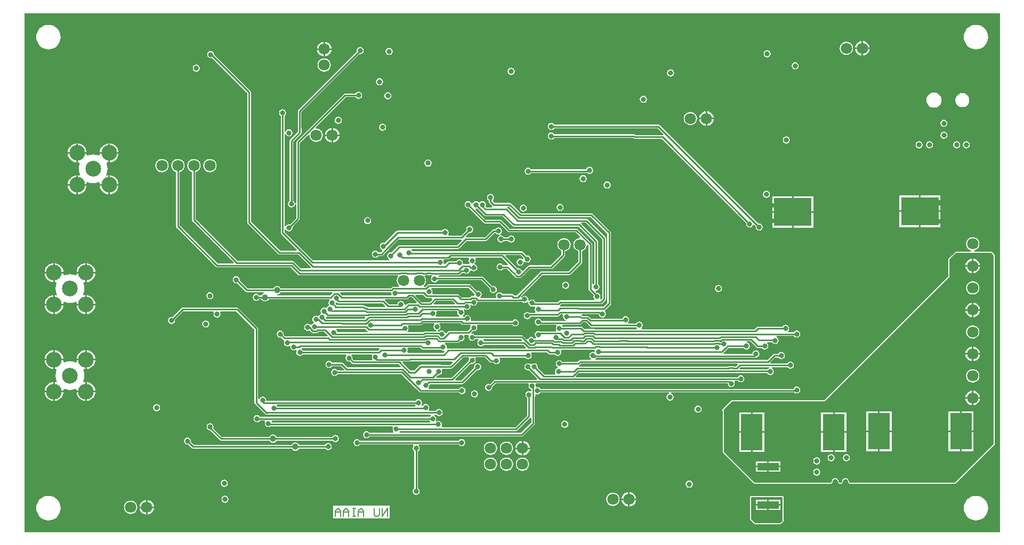
<source format=gbl>
%FSTAX24Y24*%
%MOIN*%
%SFA1B1*%

%IPPOS*%
%ADD21C,0.039370*%
%ADD55C,0.010000*%
%ADD56C,0.009000*%
%ADD58C,0.008000*%
%ADD75C,0.098430*%
%ADD76C,0.070870*%
%ADD77C,0.030000*%
%ADD78C,0.032000*%
%ADD89R,0.131890X0.045280*%
%ADD90R,0.137800X0.228350*%
%ADD91R,0.236220X0.177160*%
%ADD92R,0.085000X0.030000*%
%ADD93R,0.080000X0.035000*%
%ADD94R,0.065000X0.030000*%
%ADD95R,0.070000X0.030000*%
%LNkarmandb-1*%
%LPD*%
G36*
X061Y0325D02*
Y0D01*
X0*
Y0325*
X061*
G37*
%LNkarmandb-2*%
%LPC*%
G36*
X0038Y01139D02*
X003733Y011383D01*
X003622Y011349*
X003519Y011294*
X003429Y01122*
X003355Y01113*
X0033Y011027*
X003266Y010916*
X003259Y01085*
X0038*
Y01139*
G37*
G36*
X0039D02*
Y01085D01*
X00444*
X004433Y010916*
X004399Y011027*
X004344Y01113*
X00427Y01122*
X00418Y011294*
X004077Y011349*
X003966Y011383*
X0039Y01139*
G37*
G36*
X0018D02*
X001733Y011383D01*
X001622Y011349*
X001519Y011294*
X001429Y01122*
X001355Y01113*
X0013Y011027*
X001266Y010916*
X001259Y01085*
X0018*
Y01139*
G37*
G36*
X0019D02*
Y01085D01*
X00244*
X002433Y010916*
X002399Y011027*
X002344Y01113*
X00227Y01122*
X00218Y011294*
X002077Y011349*
X001966Y011383*
X0019Y01139*
G37*
G36*
X00244Y0142D02*
X0019D01*
Y013659*
X001966Y013666*
X002077Y0137*
X00218Y013755*
X00227Y013829*
X002344Y013919*
X002399Y014022*
X002433Y014133*
X00244Y0142*
G37*
G36*
X0038D02*
X003259D01*
X003266Y014133*
X0033Y014022*
X003355Y013919*
X003429Y013829*
X003519Y013755*
X003622Y0137*
X003733Y013666*
X0038Y013659*
Y0142*
G37*
G36*
X011346Y013255D02*
X011261Y013237D01*
X011188Y013189*
X011139Y013116*
X011122Y01303*
X011139Y012944*
X011188Y012872*
X011261Y012823*
X011346Y012806*
X011432Y012823*
X011505Y012872*
X011554Y012944*
X011571Y01303*
X011554Y013116*
X011505Y013189*
X011432Y013237*
X011346Y013255*
G37*
G36*
X0018Y0142D02*
X001259D01*
X001266Y014133*
X0013Y014022*
X001355Y013919*
X001429Y013829*
X001519Y013755*
X001622Y0137*
X001733Y013666*
X0018Y013659*
Y0142*
G37*
G36*
X0038Y01075D02*
X003259D01*
X003266Y010683*
X003268Y010678*
X003201Y010623*
X003193Y010628*
X003024Y010679*
X00285Y010696*
X002675Y010679*
X002506Y010628*
X002499Y010623*
X002432Y010678*
X002433Y010683*
X00244Y01075*
X0019*
Y010209*
X001966Y010216*
X001971Y010218*
X002026Y010151*
X002021Y010143*
X00197Y009974*
X001953Y0098*
X00197Y009625*
X002021Y009456*
X002026Y009449*
X001971Y009382*
X001966Y009383*
X0019Y00939*
Y00885*
X00244*
X002433Y008916*
X002432Y008921*
X002499Y008976*
X002506Y008971*
X002675Y00892*
X00285Y008903*
X003024Y00892*
X003193Y008971*
X003201Y008976*
X003268Y008921*
X003266Y008916*
X003259Y00885*
X0038*
Y00939*
X003733Y009383*
X003728Y009382*
X003673Y009449*
X003678Y009456*
X003729Y009625*
X003746Y0098*
X003729Y009974*
X003678Y010143*
X003673Y010151*
X003728Y010218*
X003733Y010216*
X0038Y010209*
Y01075*
G37*
G36*
X0593Y018463D02*
X059191Y018449D01*
X059091Y018407*
X059004Y018341*
X058938Y018254*
X058896Y018153*
X058882Y018045*
X058896Y017937*
X058938Y017836*
X059004Y01775*
X059091Y017683*
X059191Y017642*
X059177Y017564*
X058262*
X058251Y01756*
X058238*
X058216Y01755*
X058206Y017541*
X058195Y017536*
X058029Y01737*
X057854Y017195*
X057813Y017155*
X057808Y017143*
X057799Y017134*
X05779Y017111*
Y017099*
X057785Y017087*
Y016026*
X057747Y015989*
X050023Y008264*
X044266*
X044263*
X044262*
X044251Y00826*
X04424*
X044238*
X044217Y008251*
X044216Y00825*
X044214Y008249*
X044196Y008237*
X044195Y008236*
X044175Y008216*
X044104Y008145*
X043689Y007731*
X043687Y007726*
X043683Y007723*
X043654Y007685*
X043652Y007677*
X043646Y007671*
Y007654*
X043642Y007637*
X043646Y00763*
Y007622*
X043649Y007616*
X043658Y007606*
X043663Y007595*
X043665Y007592*
X043685Y007573*
Y007564*
Y007557*
Y007509*
Y005012*
X04369Y005001*
Y004988*
X043699Y004966*
X043708Y004956*
X043713Y004945*
X044654Y004004*
X045594Y003063*
X045606Y003058*
X045616Y003049*
X045638Y00304*
X045651*
X045662Y003035*
X050443*
X050444Y003035*
X050445Y003035*
X050467Y003044*
X050489Y003054*
X050489Y003054*
X05049Y003055*
X050507Y003072*
Y003072*
X050508Y003076*
X05051Y003079*
X050515Y003084*
X050532Y003111*
X050535Y003131*
X050539Y003137*
X050554Y00321*
X050588Y003261*
X050639Y003296*
X0507Y003308*
X05076Y003296*
X050811Y003261*
X050846Y00321*
X05086Y003137*
X050864Y003131*
X050867Y003111*
X050884Y003084*
X05089Y003079*
X050891Y003076*
X050892Y003072*
X050909Y003055*
X05091Y003054*
X05091Y003054*
X050932Y003044*
X050954Y003035*
X050955Y003035*
X050956Y003035*
X051093*
X051094Y003035*
X051095Y003035*
X051117Y003044*
X051139Y003054*
X051139Y003054*
X05114Y003055*
X051157Y003072*
Y003072*
X051158Y003076*
X05116Y003079*
X051165Y003084*
X051182Y003111*
X051185Y003131*
X051189Y003137*
X051204Y00321*
X051238Y003261*
X051289Y003296*
X05135Y003308*
X05141Y003296*
X051461Y003261*
X051496Y00321*
X05151Y003137*
X051514Y003131*
X051517Y003111*
X051534Y003084*
X05154Y003079*
X051541Y003076*
X051542Y003072*
X051559Y003055*
X05156Y003054*
X05156Y003054*
X051582Y003044*
X051604Y003035*
X051605Y003035*
X051606Y003035*
X058187*
X058199Y00304*
X058211*
X058234Y003049*
X058243Y003058*
X058255Y003063*
X058274Y003082*
X060636Y005444*
X060641Y005456*
X06065Y005466*
X06066Y005488*
Y005501*
X060664Y005512*
Y01725*
Y017337*
X06066Y017349*
Y017361*
X06065Y017384*
X060641Y017393*
X060636Y017405*
X060505Y017536*
X060493Y017541*
X060484Y01755*
X060462Y01756*
X060449*
X060437Y017564*
X059422*
X059408Y017642*
X059509Y017683*
X059595Y01775*
X059661Y017836*
X059703Y017937*
X059717Y018045*
X059703Y018153*
X059661Y018254*
X059595Y018341*
X059509Y018407*
X059408Y018449*
X0593Y018463*
G37*
G36*
X02815Y008874D02*
X028064Y008857D01*
X027991Y008808*
X027942Y008735*
X027925Y00865*
X027942Y008564*
X027991Y008491*
X028064Y008442*
X02815Y008425*
X028235Y008442*
X028308Y008491*
X028357Y008564*
X028374Y00865*
X028357Y008735*
X028308Y008808*
X028235Y008857*
X02815Y008874*
G37*
G36*
X0038Y00875D02*
X003259D01*
X003266Y008683*
X0033Y008572*
X003355Y008469*
X003429Y008379*
X003519Y008305*
X003622Y00825*
X003733Y008216*
X0038Y008209*
Y00875*
G37*
G36*
X00444D02*
X0039D01*
Y008209*
X003966Y008216*
X004077Y00825*
X00418Y008305*
X00427Y008379*
X004344Y008469*
X004399Y008572*
X004433Y008683*
X00444Y00875*
G37*
G36*
X0018Y01075D02*
X001259D01*
X001266Y010683*
X0013Y010572*
X001355Y010469*
X001429Y010379*
X001519Y010305*
X001622Y01025*
X001733Y010216*
X0018Y010209*
Y01075*
G37*
G36*
X00444D02*
X0039D01*
Y010209*
X003966Y010216*
X004077Y01025*
X00418Y010305*
X00427Y010379*
X004344Y010469*
X004399Y010572*
X004433Y010683*
X00444Y01075*
G37*
G36*
X0018Y00939D02*
X001733Y009383D01*
X001622Y009349*
X001519Y009294*
X001429Y00922*
X001355Y00913*
X0013Y009027*
X001266Y008916*
X001259Y00885*
X0018*
Y00939*
G37*
G36*
X0039D02*
Y00885D01*
X00444*
X004433Y008916*
X004399Y009027*
X004344Y00913*
X00427Y00922*
X00418Y009294*
X004077Y009349*
X003966Y009383*
X0039Y00939*
G37*
G36*
Y01684D02*
Y0163D01*
X00444*
X004433Y016366*
X004399Y016477*
X004344Y01658*
X00427Y01667*
X00418Y016744*
X004077Y016799*
X003966Y016833*
X0039Y01684*
G37*
G36*
X048Y019989D02*
X046768D01*
Y019053*
X048*
Y019989*
G37*
G36*
X0019Y01684D02*
Y0163D01*
X00244*
X002433Y016366*
X002399Y016477*
X002344Y01658*
X00227Y01667*
X00218Y016744*
X002077Y016799*
X001966Y016833*
X0019Y01684*
G37*
G36*
X0038D02*
X003733Y016833D01*
X003622Y016799*
X003519Y016744*
X003429Y01667*
X003355Y01658*
X0033Y016477*
X003266Y016366*
X003259Y0163*
X0038*
Y01684*
G37*
G36*
X057281Y020039D02*
X05605D01*
Y019103*
X057281*
Y020039*
G37*
G36*
X02146Y019733D02*
X021374Y019715D01*
X021301Y019667*
X021253Y019594*
X021235Y019508*
X021253Y019422*
X021301Y01935*
X021374Y019301*
X02146Y019284*
X021546Y019301*
X021618Y01935*
X021667Y019422*
X021684Y019508*
X021667Y019594*
X021618Y019667*
X021546Y019715*
X02146Y019733*
G37*
G36*
X049331Y019989D02*
X0481D01*
Y019053*
X049331*
Y019989*
G37*
G36*
X05595Y020039D02*
X054718D01*
Y019103*
X05595*
Y020039*
G37*
G36*
X0018Y01684D02*
X001733Y016833D01*
X001622Y016799*
X001519Y016744*
X001429Y01667*
X001355Y01658*
X0013Y016477*
X001266Y016366*
X001259Y0163*
X0018*
Y01684*
G37*
G36*
X0039Y01484D02*
Y0143D01*
X00444*
X004433Y014366*
X004399Y014477*
X004344Y01458*
X00427Y01467*
X00418Y014744*
X004077Y014799*
X003966Y014833*
X0039Y01484*
G37*
G36*
X0116Y015024D02*
X011514Y015007D01*
X011441Y014958*
X011392Y014885*
X011375Y0148*
X011392Y014714*
X011441Y014641*
X011514Y014592*
X0116Y014575*
X011685Y014592*
X011758Y014641*
X011807Y014714*
X011824Y0148*
X011807Y014885*
X011758Y014958*
X011685Y015007*
X0116Y015024*
G37*
G36*
X00444Y0142D02*
X0039D01*
Y013659*
X003966Y013666*
X004077Y0137*
X00418Y013755*
X00427Y013829*
X004344Y013919*
X004399Y014022*
X004433Y014133*
X00444Y0142*
G37*
G36*
X0018Y01484D02*
X001733Y014833D01*
X001622Y014799*
X001519Y014744*
X001429Y01467*
X001355Y01458*
X0013Y014477*
X001266Y014366*
X001259Y0143*
X0018*
Y01484*
G37*
G36*
X00444Y0162D02*
X0039D01*
Y015659*
X003966Y015666*
X004077Y0157*
X00418Y015755*
X00427Y015829*
X004344Y015919*
X004399Y016022*
X004433Y016133*
X00444Y0162*
G37*
G36*
X0038D02*
X003259D01*
X003266Y016133*
X003268Y016128*
X003201Y016073*
X003193Y016078*
X003024Y016129*
X00285Y016146*
X002675Y016129*
X002506Y016078*
X002499Y016073*
X002432Y016128*
X002433Y016133*
X00244Y0162*
X0019*
Y015659*
X001966Y015666*
X001971Y015668*
X002026Y015601*
X002021Y015593*
X00197Y015424*
X001953Y01525*
X00197Y015075*
X002021Y014906*
X002026Y014899*
X001971Y014832*
X001966Y014833*
X0019Y01484*
Y0143*
X00244*
X002433Y014366*
X002432Y014371*
X002499Y014426*
X002506Y014421*
X002675Y01437*
X00285Y014353*
X003024Y01437*
X003193Y014421*
X003201Y014426*
X003268Y014371*
X003266Y014366*
X003259Y0143*
X0038*
Y01484*
X003733Y014833*
X003728Y014832*
X003673Y014899*
X003678Y014906*
X003729Y015075*
X003746Y01525*
X003729Y015424*
X003678Y015593*
X003673Y015601*
X003728Y015668*
X003733Y015666*
X0038Y015659*
Y0162*
G37*
G36*
X0434Y015474D02*
X043314Y015457D01*
X043241Y015408*
X043192Y015335*
X043175Y01525*
X043192Y015164*
X043241Y015091*
X043314Y015042*
X0434Y015025*
X043485Y015042*
X043558Y015091*
X043607Y015164*
X043624Y01525*
X043607Y015335*
X043558Y015408*
X043485Y015457*
X0434Y015474*
G37*
G36*
X0018Y0162D02*
X001259D01*
X001266Y016133*
X0013Y016022*
X001355Y015919*
X001429Y015829*
X001519Y015755*
X001622Y0157*
X001733Y015666*
X0018Y015659*
Y0162*
G37*
G36*
X0368Y002467D02*
X036691Y002453D01*
X036591Y002411*
X036504Y002345*
X036438Y002259*
X036396Y002158*
X036382Y00205*
X036396Y001941*
X036438Y001841*
X036504Y001754*
X036591Y001688*
X036691Y001646*
X0368Y001632*
X036908Y001646*
X037009Y001688*
X037095Y001754*
X037161Y001841*
X037203Y001941*
X037217Y00205*
X037203Y002158*
X037161Y002259*
X037095Y002345*
X037009Y002411*
X036908Y002453*
X0368Y002467*
G37*
G36*
X01255Y002274D02*
X012464Y002257D01*
X012391Y002208*
X012342Y002135*
X012325Y00205*
X012342Y001964*
X012391Y001891*
X012464Y001842*
X01255Y001825*
X012635Y001842*
X012708Y001891*
X012757Y001964*
X012774Y00205*
X012757Y002135*
X012708Y002208*
X012635Y002257*
X01255Y002274*
G37*
G36*
X0076Y002001D02*
X007531Y001992D01*
X00742Y001946*
X007326Y001874*
X007253Y001779*
X007207Y001668*
X007198Y0016*
X0076*
Y002001*
G37*
G36*
X0077D02*
Y0016D01*
X008101*
X008092Y001668*
X008046Y001779*
X007974Y001874*
X007879Y001946*
X007768Y001992*
X0077Y002001*
G37*
G36*
X041575Y003224D02*
X041489Y003207D01*
X041416Y003158*
X041368Y003085*
X04135Y003*
X041368Y002914*
X041416Y002841*
X041489Y002792*
X041575Y002775*
X041661Y002792*
X041733Y002841*
X041782Y002914*
X041799Y003*
X041782Y003085*
X041733Y003158*
X041661Y003207*
X041575Y003224*
G37*
G36*
X0125Y003274D02*
X012414Y003257D01*
X012341Y003208*
X012292Y003135*
X012275Y00305*
X012292Y002964*
X012341Y002891*
X012414Y002842*
X0125Y002825*
X012585Y002842*
X012658Y002891*
X012707Y002964*
X012724Y00305*
X012707Y003135*
X012658Y003208*
X012585Y003257*
X0125Y003274*
G37*
G36*
X03775Y002501D02*
X037681Y002492D01*
X03757Y002446*
X037476Y002374*
X037403Y002279*
X037357Y002168*
X037348Y0021*
X03775*
Y002501*
G37*
G36*
X03785D02*
Y0021D01*
X038251*
X038242Y002168*
X038196Y002279*
X038124Y002374*
X038029Y002446*
X037918Y002492*
X03785Y002501*
G37*
G36*
X038251Y002D02*
X03785D01*
Y001598*
X037918Y001607*
X038029Y001653*
X038124Y001726*
X038196Y00182*
X038242Y001931*
X038251Y002*
G37*
G36*
X0595Y002266D02*
X05935Y002251D01*
X059206Y002207*
X059074Y002137*
X058958Y002041*
X058862Y001925*
X058792Y001793*
X058748Y001649*
X058733Y0015*
X058748Y00135*
X058792Y001206*
X058862Y001074*
X058958Y000958*
X059074Y000862*
X059206Y000792*
X05935Y000748*
X0595Y000733*
X059649Y000748*
X059793Y000792*
X059925Y000862*
X060041Y000958*
X060137Y001074*
X060207Y001206*
X060251Y00135*
X060266Y0015*
X060251Y001649*
X060207Y001793*
X060137Y001925*
X060041Y002041*
X059925Y002137*
X059793Y002207*
X059649Y002251*
X0595Y002266*
G37*
G36*
X02284Y001639D02*
X019311D01*
Y00086*
X02284*
Y001639*
G37*
G36*
X0474Y002264D02*
X04545D01*
X045404Y002245*
X045385Y0022*
Y0008*
X045398Y000767*
X045404Y000754*
X045654Y000504*
X0457Y000485*
X04725*
X047295Y000504*
X047345Y000554*
X047445Y000654*
X047464Y0007*
Y0022*
X047445Y002245*
X0474Y002264*
G37*
G36*
X0015Y002266D02*
X00135Y002251D01*
X001206Y002207*
X001074Y002137*
X000958Y002041*
X000862Y001925*
X000792Y001793*
X000748Y001649*
X000733Y0015*
X000748Y00135*
X000792Y001206*
X000862Y001074*
X000958Y000958*
X001074Y000862*
X001206Y000792*
X00135Y000748*
X0015Y000733*
X001649Y000748*
X001793Y000792*
X001925Y000862*
X002041Y000958*
X002137Y001074*
X002207Y001206*
X002251Y00135*
X002266Y0015*
X002251Y001649*
X002207Y001793*
X002137Y001925*
X002041Y002041*
X001925Y002137*
X001793Y002207*
X001649Y002251*
X0015Y002266*
G37*
G36*
X00665Y001967D02*
X006541Y001953D01*
X006441Y001911*
X006354Y001845*
X006288Y001759*
X006246Y001658*
X006232Y00155*
X006246Y001441*
X006288Y001341*
X006354Y001254*
X006441Y001188*
X006541Y001146*
X00665Y001132*
X006758Y001146*
X006859Y001188*
X006945Y001254*
X007011Y001341*
X007053Y001441*
X007067Y00155*
X007053Y001658*
X007011Y001759*
X006945Y001845*
X006859Y001911*
X006758Y001953*
X00665Y001967*
G37*
G36*
X03775Y002D02*
X037348D01*
X037357Y001931*
X037403Y00182*
X037476Y001726*
X03757Y001653*
X037681Y001607*
X03775Y001598*
Y002*
G37*
G36*
X0076Y0015D02*
X007198D01*
X007207Y001431*
X007253Y00132*
X007326Y001226*
X00742Y001153*
X007531Y001107*
X0076Y001098*
Y0015*
G37*
G36*
X008101D02*
X0077D01*
Y001098*
X007768Y001107*
X007879Y001153*
X007974Y001226*
X008046Y00132*
X008092Y001431*
X008101Y0015*
G37*
G36*
X02735Y005824D02*
X027264Y005807D01*
X027191Y005758*
X02716Y005712*
X020989*
X020958Y005758*
X020885Y005807*
X0208Y005824*
X020714Y005807*
X020641Y005758*
X020592Y005685*
X020575Y0056*
X020592Y005514*
X020641Y005441*
X020714Y005392*
X0208Y005375*
X020885Y005392*
X020958Y005441*
X020989Y005487*
X024316*
X024341Y005408*
X024292Y005335*
X024275Y00525*
X024292Y005164*
X024341Y005091*
X024387Y00506*
Y002739*
X024341Y002708*
X024292Y002635*
X024275Y00255*
X024292Y002464*
X024341Y002391*
X024414Y002342*
X0245Y002325*
X024585Y002342*
X024658Y002391*
X024707Y002464*
X024724Y00255*
X024707Y002635*
X024658Y002708*
X024612Y002739*
Y00506*
X024658Y005091*
X024707Y005164*
X024724Y00525*
X024707Y005335*
X024658Y005408*
X024684Y005487*
X02716*
X027191Y005441*
X027264Y005392*
X02735Y005375*
X027435Y005392*
X027508Y005441*
X027557Y005514*
X027574Y0056*
X027557Y005685*
X027508Y005758*
X027435Y005807*
X02735Y005824*
G37*
G36*
X033785Y006974D02*
X033699Y006957D01*
X033626Y006908*
X033578Y006835*
X033561Y00675*
X033578Y006664*
X033626Y006591*
X033699Y006542*
X033785Y006525*
X033871Y006542*
X033944Y006591*
X033992Y006664*
X034009Y00675*
X033992Y006835*
X033944Y006908*
X033871Y006957*
X033785Y006974*
G37*
G36*
X0312Y005701D02*
Y0053D01*
X031601*
X031592Y005368*
X031546Y005479*
X031474Y005574*
X031379Y005646*
X031268Y005692*
X0312Y005701*
G37*
G36*
X011616Y006807D02*
X01153Y00679D01*
X011457Y006742*
X011409Y006669*
X011392Y006583*
X011409Y006497*
X011457Y006424*
X01153Y006376*
X011616Y006359*
X011629Y006361*
X01222Y00577*
X012257Y005746*
X0123Y005737*
X015318*
X015325Y00572*
X015366Y005666*
X01542Y005625*
X015483Y005599*
X01555Y00559*
X015617Y005599*
X015679Y005625*
X015733Y005666*
X015774Y00572*
X015781Y005737*
X01926*
X019291Y005691*
X019364Y005642*
X01945Y005625*
X019535Y005642*
X019608Y005691*
X019657Y005764*
X019674Y00585*
X019657Y005935*
X019608Y006008*
X019535Y006057*
X01945Y006074*
X019364Y006057*
X019291Y006008*
X01926Y005962*
X015781*
X015774Y005979*
X015733Y006033*
X015679Y006074*
X015617Y0061*
X01555Y006109*
X015483Y0061*
X01542Y006074*
X015366Y006033*
X015325Y005979*
X015318Y005962*
X012346*
X011818Y00649*
X011823Y006497*
X01184Y006583*
X011823Y006669*
X011775Y006742*
X011702Y00679*
X011616Y006807*
G37*
G36*
X0018Y00875D02*
X001259D01*
X001266Y008683*
X0013Y008572*
X001355Y008469*
X001429Y008379*
X001519Y008305*
X001622Y00825*
X001733Y008216*
X0018Y008209*
Y00875*
G37*
G36*
X00244D02*
X0019D01*
Y008209*
X001966Y008216*
X002077Y00825*
X00218Y008305*
X00227Y008379*
X002344Y008469*
X002399Y008572*
X002433Y008683*
X00244Y00875*
G37*
G36*
X042125Y007924D02*
X042039Y007907D01*
X041966Y007858*
X041918Y007785*
X0419Y0077*
X041918Y007614*
X041966Y007541*
X042039Y007492*
X042125Y007475*
X042211Y007492*
X042283Y007541*
X042332Y007614*
X042349Y0077*
X042332Y007785*
X042283Y007858*
X042211Y007907*
X042125Y007924*
G37*
G36*
X008266Y008011D02*
X00818Y007994D01*
X008107Y007946*
X008059Y007873*
X008042Y007787*
X008059Y007701*
X008107Y007628*
X00818Y00758*
X008266Y007563*
X008352Y00758*
X008425Y007628*
X008473Y007701*
X00849Y007787*
X008473Y007873*
X008425Y007946*
X008352Y007994*
X008266Y008011*
G37*
G36*
X0311Y005701D02*
X031031Y005692D01*
X03092Y005646*
X030826Y005574*
X030753Y005479*
X030707Y005368*
X030698Y0053*
X0311*
Y005701*
G37*
G36*
X03115Y004667D02*
X031041Y004653D01*
X030941Y004611*
X030854Y004545*
X030788Y004458*
X030746Y004358*
X030732Y00425*
X030746Y004141*
X030788Y004041*
X030854Y003954*
X030941Y003888*
X031041Y003846*
X03115Y003832*
X031258Y003846*
X031359Y003888*
X031445Y003954*
X031511Y004041*
X031553Y004141*
X031567Y00425*
X031553Y004358*
X031511Y004458*
X031445Y004545*
X031359Y004611*
X031258Y004653*
X03115Y004667*
G37*
G36*
X0311Y0052D02*
X030698D01*
X030707Y005131*
X030753Y00502*
X030826Y004926*
X03092Y004853*
X031031Y004807*
X0311Y004798*
Y0052*
G37*
G36*
X02915Y004667D02*
X029041Y004653D01*
X028941Y004611*
X028854Y004545*
X028788Y004458*
X028746Y004358*
X028732Y00425*
X028746Y004141*
X028788Y004041*
X028854Y003954*
X028941Y003888*
X029041Y003846*
X02915Y003832*
X029258Y003846*
X029359Y003888*
X029445Y003954*
X029511Y004041*
X029553Y004141*
X029567Y00425*
X029553Y004358*
X029511Y004458*
X029445Y004545*
X029359Y004611*
X029258Y004653*
X02915Y004667*
G37*
G36*
X03015D02*
X030041Y004653D01*
X029941Y004611*
X029854Y004545*
X029788Y004458*
X029746Y004358*
X029732Y00425*
X029746Y004141*
X029788Y004041*
X029854Y003954*
X029941Y003888*
X030041Y003846*
X03015Y003832*
X030258Y003846*
X030359Y003888*
X030445Y003954*
X030511Y004041*
X030553Y004141*
X030567Y00425*
X030553Y004358*
X030511Y004458*
X030445Y004545*
X030359Y004611*
X030258Y004653*
X03015Y004667*
G37*
G36*
Y005667D02*
X030041Y005653D01*
X029941Y005611*
X029854Y005545*
X029788Y005458*
X029746Y005358*
X029732Y00525*
X029746Y005141*
X029788Y005041*
X029854Y004954*
X029941Y004888*
X030041Y004846*
X03015Y004832*
X030258Y004846*
X030359Y004888*
X030445Y004954*
X030511Y005041*
X030553Y005141*
X030567Y00525*
X030553Y005358*
X030511Y005458*
X030445Y005545*
X030359Y005611*
X030258Y005653*
X03015Y005667*
G37*
G36*
X0102Y005924D02*
X010114Y005907D01*
X010041Y005858*
X009992Y005785*
X009975Y0057*
X009992Y005614*
X010041Y005541*
X010114Y005492*
X0102Y005475*
X010254Y005486*
X01047Y00527*
X010507Y005246*
X01055Y005237*
X016718*
X016725Y00522*
X016766Y005166*
X01682Y005125*
X016883Y005099*
X01695Y00509*
X017017Y005099*
X017079Y005125*
X017133Y005166*
X017174Y00522*
X017181Y005237*
X01881*
X018841Y005191*
X018914Y005142*
X019Y005125*
X019085Y005142*
X019158Y005191*
X019207Y005264*
X019224Y00535*
X019207Y005435*
X019158Y005508*
X019085Y005557*
X019Y005574*
X018914Y005557*
X018841Y005508*
X01881Y005462*
X017181*
X017174Y005479*
X017133Y005533*
X017079Y005574*
X017017Y0056*
X01695Y005609*
X016883Y0056*
X01682Y005574*
X016766Y005533*
X016725Y005479*
X016718Y005462*
X010596*
X010413Y005645*
X010424Y0057*
X010407Y005785*
X010358Y005858*
X010285Y005907*
X0102Y005924*
G37*
G36*
X031601Y0052D02*
X0312D01*
Y004798*
X031268Y004807*
X031379Y004853*
X031474Y004926*
X031546Y00502*
X031592Y005131*
X031601Y0052*
G37*
G36*
X02915Y005667D02*
X029041Y005653D01*
X028941Y005611*
X028854Y005545*
X028788Y005458*
X028746Y005358*
X028732Y00525*
X028746Y005141*
X028788Y005041*
X028854Y004954*
X028941Y004888*
X029041Y004846*
X02915Y004832*
X029258Y004846*
X029359Y004888*
X029445Y004954*
X029511Y005041*
X029553Y005141*
X029567Y00525*
X029553Y005358*
X029511Y005458*
X029445Y005545*
X029359Y005611*
X029258Y005653*
X02915Y005667*
G37*
G36*
X0583Y024474D02*
X058214Y024457D01*
X058141Y024408*
X058092Y024335*
X058075Y02425*
X058092Y024164*
X058141Y024091*
X058214Y024042*
X0583Y024025*
X058385Y024042*
X058458Y024091*
X058507Y024164*
X058524Y02425*
X058507Y024335*
X058458Y024408*
X058385Y024457*
X0583Y024474*
G37*
G36*
X0589D02*
X058814Y024457D01*
X058741Y024408*
X058692Y024335*
X058675Y02425*
X058692Y024164*
X058741Y024091*
X058814Y024042*
X0589Y024025*
X058985Y024042*
X059058Y024091*
X059107Y024164*
X059124Y02425*
X059107Y024335*
X059058Y024408*
X058985Y024457*
X0589Y024474*
G37*
G36*
X04645Y030174D02*
X046364Y030157D01*
X046291Y030108*
X046242Y030035*
X046225Y02995*
X046242Y029864*
X046291Y029791*
X046364Y029742*
X04645Y029725*
X046535Y029742*
X046608Y029791*
X046657Y029864*
X046674Y02995*
X046657Y030035*
X046608Y030108*
X046535Y030157*
X04645Y030174*
G37*
G36*
X05595Y024474D02*
X055864Y024457D01*
X055791Y024408*
X055742Y024335*
X055725Y02425*
X055742Y024164*
X055791Y024091*
X055864Y024042*
X05595Y024025*
X056035Y024042*
X056108Y024091*
X056157Y024164*
X056174Y02425*
X056157Y024335*
X056108Y024408*
X056035Y024457*
X05595Y024474*
G37*
G36*
X0566D02*
X056514Y024457D01*
X056441Y024408*
X056392Y024335*
X056375Y02425*
X056392Y024164*
X056441Y024091*
X056514Y024042*
X0566Y024025*
X056685Y024042*
X056758Y024091*
X056807Y024164*
X056824Y02425*
X056807Y024335*
X056758Y024408*
X056685Y024457*
X0566Y024474*
G37*
G36*
X0575Y025074D02*
X057414Y025057D01*
X057341Y025008*
X057292Y024935*
X057275Y02485*
X057292Y024764*
X057341Y024691*
X057414Y024642*
X0575Y024625*
X057585Y024642*
X057658Y024691*
X057707Y024764*
X057724Y02485*
X057707Y024935*
X057658Y025008*
X057585Y025057*
X0575Y025074*
G37*
G36*
X021Y03038D02*
X020914Y030363D01*
X020841Y030314*
X020792Y030242*
X020775Y030156*
X020786Y030101*
X01713Y026445*
X017106Y026409*
X017097Y026366*
Y025271*
X017106Y025228*
X017107Y025226*
Y025066*
X01662Y024579*
X016596Y024542*
X016587Y0245*
Y020739*
X016541Y020708*
X016492Y020635*
X016475Y02055*
X016492Y020464*
X016541Y020391*
X016614Y020342*
X0167Y020325*
X016785Y020342*
X016858Y020391*
X016889Y020436*
X016907Y020464*
X016912Y02049*
X016915Y020506*
X016916Y020511*
X016917Y020517*
X016918*
X016919Y020517*
X016985Y02051*
X016995Y020509*
X016997Y02043*
Y019664*
X01666Y019327*
X016645Y019303*
X016604Y019263*
X01655Y019274*
X016464Y019257*
X016391Y019208*
X016342Y019135*
X016342Y019132*
X016262Y01914*
Y024909*
X016342Y024917*
X016342Y024914*
X016391Y024841*
X016464Y024792*
X01655Y024775*
X016635Y024792*
X016708Y024841*
X016757Y024914*
X016774Y025*
X016757Y025085*
X016708Y025158*
X016635Y025207*
X01655Y025224*
X016464Y025207*
X016391Y025158*
X016342Y025085*
X016342Y025082*
X016262Y02509*
Y02606*
X016308Y026091*
X016357Y026164*
X016374Y02625*
X016357Y026335*
X016308Y026408*
X016235Y026457*
X01615Y026474*
X016064Y026457*
X015991Y026408*
X015942Y026335*
X015925Y02625*
X015942Y026164*
X015991Y026091*
X016037Y02606*
Y01875*
X016046Y018707*
X01607Y01867*
X017055Y017686*
X017024Y017612*
X015996*
X014162Y019446*
Y02755*
X014153Y027592*
X014129Y027629*
X011871Y029886*
X011874Y0299*
X011857Y029985*
X011808Y030058*
X011735Y030107*
X01165Y030124*
X011564Y030107*
X011491Y030058*
X011442Y029985*
X011425Y0299*
X011442Y029814*
X011491Y029741*
X011564Y029692*
X01165Y029675*
X011735Y029692*
X011743Y029697*
X013937Y027503*
Y0194*
X013946Y019357*
X01397Y01932*
X01587Y01742*
X015907Y017396*
X01595Y017387*
X017127*
X017923Y016592*
X017889Y016512*
X017272*
X016845Y016939*
X016809Y016963*
X016766Y016972*
X013336*
X010712Y019596*
Y022548*
X010809Y022588*
X010895Y022654*
X010961Y022741*
X011003Y022841*
X011017Y02295*
X011003Y023058*
X010961Y023159*
X010895Y023245*
X010809Y023311*
X010708Y023353*
X0106Y023367*
X010491Y023353*
X010391Y023311*
X010304Y023245*
X010238Y023159*
X010196Y023058*
X010182Y02295*
X010196Y022841*
X010238Y022741*
X010304Y022654*
X010391Y022588*
X010487Y022548*
Y01955*
X010496Y019507*
X01052Y01947*
X013105Y016886*
X013074Y016812*
X012096*
X009712Y019196*
Y022548*
X009809Y022588*
X009895Y022654*
X009961Y022741*
X010003Y022841*
X010017Y02295*
X010003Y023058*
X009961Y023159*
X009895Y023245*
X009809Y023311*
X009708Y023353*
X0096Y023367*
X009491Y023353*
X009391Y023311*
X009304Y023245*
X009238Y023159*
X009196Y023058*
X009182Y02295*
X009196Y022841*
X009238Y022741*
X009304Y022654*
X009391Y022588*
X009487Y022548*
Y01915*
X009496Y019107*
X00952Y01907*
X01197Y01662*
X012007Y016596*
X01205Y016587*
X016653*
X01712Y01612*
X017157Y016096*
X0172Y016087*
X023336*
X023375Y016007*
X023338Y015959*
X023296Y015858*
X023282Y01575*
X023296Y015641*
X023338Y015541*
X023404Y015454*
X023433Y015432*
X023406Y015352*
X023058*
X023015Y015343*
X022978Y015319*
X022921Y015262*
X016031*
X016024Y015279*
X015983Y015333*
X015929Y015374*
X015867Y0154*
X0158Y015409*
X015732Y0154*
X01567Y015374*
X015616Y015333*
X015575Y015279*
X015568Y015262*
X013946*
X013463Y015745*
X013474Y0158*
X013457Y015885*
X013408Y015958*
X013335Y016007*
X01325Y016024*
X013164Y016007*
X013091Y015958*
X013042Y015885*
X013025Y0158*
X013042Y015714*
X013091Y015641*
X013164Y015592*
X01325Y015575*
X013304Y015586*
X01382Y01507*
X013857Y015046*
X0139Y015037*
X014984*
X01499Y015032*
X014987Y014994*
X014968Y014944*
X01492Y014924*
X014866Y014883*
X014825Y014829*
X014818Y014812*
X014689*
X014658Y014858*
X014585Y014907*
X0145Y014924*
X014414Y014907*
X014341Y014858*
X014292Y014785*
X014275Y0147*
X014292Y014614*
X014341Y014541*
X014414Y014492*
X0145Y014475*
X014585Y014492*
X014658Y014541*
X014689Y014587*
X014818*
X014825Y01457*
X014866Y014516*
X01492Y014475*
X014982Y014449*
X01505Y01444*
X015117Y014449*
X015179Y014475*
X015233Y014516*
X015274Y01457*
X015281Y014587*
X019068*
X019092Y014507*
X019086Y014504*
X019038Y014431*
X019021Y014345*
X019038Y014259*
X01904Y014256*
X01903Y014172*
X019014Y014162*
X018957Y014124*
X018919Y014067*
X018909Y014051*
X018825Y014041*
X018822Y014043*
X018736Y01406*
X01865Y014043*
X018577Y013994*
X018529Y013922*
X018512Y013836*
X018529Y01375*
X018533Y013744*
X018535Y013663*
X018509Y013646*
X018462Y013614*
X018414Y013542*
X018328Y013523*
X018313Y013534*
X018227Y013551*
X018141Y013534*
X018068Y013485*
X01802Y013413*
X018002Y013327*
X01802Y013241*
X018068Y013168*
X018101Y013146*
X018085Y013061*
X018064Y013057*
X017991Y013008*
X017971Y012978*
X017876Y012976*
X017803Y013025*
X017718Y013042*
X017632Y013025*
X017559Y012976*
X01751Y012903*
X017493Y012818*
X01751Y012732*
X017559Y012659*
X017632Y01261*
X017718Y012593*
X017803Y01261*
X01783Y012628*
X017958Y0125*
X017995Y012476*
X018038Y012467*
X018261*
X018304Y012476*
X018341Y0125*
X018398Y012557*
X018751*
X018977Y012332*
X018944Y012252*
X016306*
X016213Y012345*
X016224Y0124*
X016207Y012485*
X016158Y012558*
X016085Y012607*
X016Y012624*
X015914Y012607*
X015841Y012558*
X015792Y012485*
X015775Y0124*
X015792Y012314*
X015841Y012241*
X015914Y012192*
X016Y012175*
X016054Y012186*
X01618Y01206*
X016214Y012037*
X016217Y012035*
X016252Y011951*
Y01195*
X016242Y011935*
X016225Y01185*
X016242Y011764*
X016291Y011691*
X016364Y011642*
X01645Y011625*
X016535Y011642*
X016555Y011655*
X016627Y011607*
X016625Y0116*
X016642Y011514*
X016691Y011441*
X016764Y011392*
X01685Y011375*
X016935Y011392*
X016987Y011427*
X017045Y011369*
X017022Y011335*
X017005Y01125*
X017022Y011164*
X017071Y011091*
X017144Y011042*
X01723Y011025*
X017315Y011042*
X017388Y011091*
X017419Y011137*
X020116*
X020141Y011058*
X020092Y010985*
X020075Y0109*
X020092Y010814*
X020141Y010741*
X020214Y010692*
X0203Y010675*
X020354Y010686*
X02048Y01056*
X020517Y010536*
X02056Y010527*
X023398*
X02354Y010386*
X023509Y010312*
X0202*
X019933Y010579*
X019896Y010603*
X019853Y010612*
X019239*
X019208Y010658*
X019135Y010707*
X01905Y010724*
X018964Y010707*
X018891Y010658*
X018842Y010585*
X018825Y0105*
X018842Y010414*
X018891Y010341*
X018964Y010292*
X01905Y010275*
X019135Y010292*
X019208Y010341*
X019239Y010387*
X019807*
X019999Y010196*
X019968Y010122*
X019583*
X019558Y010158*
X019485Y010207*
X0194Y010224*
X019314Y010207*
X019241Y010158*
X019192Y010085*
X019175Y01*
X019192Y009914*
X019241Y009841*
X019314Y009792*
X0194Y009775*
X019485Y009792*
X019558Y009841*
X019596Y009897*
X023575*
X024275Y009197*
X024276Y009195*
X0243Y009158*
X024458Y009*
X024495Y008976*
X024497Y008975*
X024701Y008772*
X024737Y008748*
X02478Y008739*
X027162*
X027193Y008693*
X027266Y008644*
X027352Y008627*
X027438Y008644*
X027511Y008693*
X027559Y008765*
X027576Y008851*
X027559Y008937*
X027511Y00901*
X027438Y009059*
X027352Y009076*
X027266Y009059*
X027193Y00901*
X027162Y008963*
X025286*
X025263Y009028*
X02526Y009043*
X025307Y009114*
X025324Y0092*
X025392Y009267*
X02737*
X027413Y009276*
X027449Y0093*
X028281Y010133*
X028336Y010122*
X028422Y010139*
X028495Y010187*
X028543Y01026*
X02856Y010346*
X028543Y010432*
X028495Y010505*
X028422Y010553*
X028336Y01057*
X02825Y010553*
X028178Y010505*
X028129Y010432*
X028112Y010346*
X028123Y010291*
X027323Y009492*
X026965*
X026935Y009566*
X027912Y010543*
X027914Y010542*
X028Y010525*
X028085Y010542*
X028158Y010591*
X028207Y010664*
X028224Y01075*
X028207Y010835*
X028185Y010867*
X028228Y010947*
X028793*
X029088Y010653*
X029124Y010628*
X029167Y01062*
X029328*
X029359Y010573*
X029431Y010525*
X029517Y010508*
X029603Y010525*
X029676Y010573*
X029725Y010646*
X029742Y010732*
X029725Y010818*
X029698Y010857*
X029739Y010937*
X03131*
X031341Y010891*
X031414Y010842*
X0315Y010825*
X031585Y010842*
X031658Y010891*
X031707Y010964*
X031724Y01105*
X031707Y011135*
X031672Y011187*
X031698Y011256*
X031707Y011267*
X032673*
X03277Y01117*
X032807Y011146*
X03285Y011137*
X03316*
X033191Y011091*
X033264Y011042*
X03335Y011025*
X033435Y011042*
X033508Y011091*
X033557Y011164*
X033574Y01125*
X033557Y011335*
X033549Y011347*
X033592Y011427*
X035625*
X035637Y01142*
X035676Y011367*
X035652Y011289*
X035601Y011264*
X03555Y011274*
X035464Y011257*
X035391Y011208*
X035342Y011135*
X035325Y01105*
X035342Y010964*
X035391Y010891*
X035442Y010857*
X035418Y010777*
X034765*
X034722Y010768*
X034685Y010744*
X034597Y010656*
X033639*
X033608Y010702*
X033535Y010751*
X03345Y010768*
X033364Y010751*
X033291Y010702*
X033242Y010629*
X033225Y010544*
X033242Y010458*
X033291Y010385*
X03335Y010346*
X033349Y010289*
X033341Y010262*
X033314Y010257*
X033241Y010208*
X033192Y010135*
X033175Y01005*
X033192Y009964*
X033207Y009942*
X033164Y009862*
X032522*
X032093Y010291*
X032104Y010346*
X032087Y010432*
X032038Y010505*
X031965Y010553*
X031879Y01057*
X031794Y010553*
X031721Y010505*
X031701*
X031631Y010514*
X031572Y010553*
X031486Y01057*
X0314Y010553*
X031327Y010505*
X031279Y010432*
X031261Y010346*
X031279Y01026*
X031327Y010187*
X0314Y010139*
X031486Y010122*
X031541Y010133*
X032068Y009606*
X032037Y009532*
X02942*
X029377Y009523*
X02934Y009499*
X02911Y009268*
X02903Y009284*
X028944Y009267*
X028871Y009218*
X028822Y009146*
X028805Y00906*
X028822Y008974*
X028871Y008901*
X028944Y008853*
X02903Y008835*
X029115Y008853*
X029188Y008901*
X029237Y008974*
X029254Y00906*
X029248Y009089*
X029466Y009307*
X031506*
X031537Y00925*
X031541Y009227*
X031525Y00915*
X031542Y009064*
X031591Y008991*
X031664Y008942*
X031694Y008936*
Y008856*
X031614Y008811*
X03155Y008824*
X031464Y008807*
X031391Y008758*
X031342Y008685*
X031325Y0086*
X031342Y008514*
X031391Y008441*
X031437Y00841*
Y007305*
X031436Y007302*
X031434Y007293*
X030703Y006562*
X026132*
X026089Y006642*
X026097Y006654*
X026114Y00674*
X026097Y006825*
X026048Y006898*
X025975Y006947*
X02589Y006964*
X025804Y006947*
X025776Y006928*
X025718Y006986*
X025737Y007014*
X025754Y0071*
X025737Y007185*
X025688Y007258*
X025644Y007287*
X025666Y007359*
X025743Y007362*
X025771Y007321*
X025844Y007272*
X02593Y007255*
X026015Y007272*
X026088Y007321*
X026137Y007394*
X026154Y00748*
X026137Y007565*
X026088Y007638*
X026015Y007687*
X02593Y007704*
X025844Y007687*
X025771Y007638*
X02574Y007592*
X025318*
X025279Y007672*
X025307Y007714*
X025324Y0078*
X025307Y007885*
X025258Y007958*
X025185Y008007*
X0251Y008024*
X025014Y008007*
X024941Y007958*
X024904Y007903*
X024879Y007903*
X024837Y007981*
X024837Y007984*
X024857Y008014*
X024874Y0081*
X024857Y008185*
X024808Y008258*
X024735Y008307*
X02465Y008324*
X024564Y008307*
X024491Y008258*
X02446Y008212*
X015155*
X015124Y00825*
X015107Y008335*
X015058Y008408*
X014985Y008457*
X0149Y008474*
X014814Y008457*
X014741Y008408*
X014692Y008335*
X014692Y008332*
X014612Y00834*
Y01275*
X014603Y012792*
X014579Y012829*
X013379Y014029*
X013342Y014053*
X0133Y014062*
X0099*
X009857Y014053*
X00982Y014029*
X009254Y013463*
X0092Y013474*
X009114Y013457*
X009041Y013408*
X008992Y013335*
X008975Y01325*
X008992Y013164*
X009041Y013091*
X009114Y013042*
X0092Y013025*
X009285Y013042*
X009358Y013091*
X009407Y013164*
X009424Y01325*
X009413Y013304*
X009946Y013837*
X011814*
X011857Y013757*
X011842Y013735*
X011825Y01365*
X011842Y013564*
X011891Y013491*
X011964Y013442*
X01205Y013425*
X012135Y013442*
X012208Y013491*
X012257Y013564*
X012274Y01365*
X012257Y013735*
X012242Y013757*
X012285Y013837*
X013253*
X014387Y012703*
Y0081*
X014396Y008057*
X01442Y00802*
X01506Y00738*
X015097Y007356*
X01514Y007347*
X015182Y007356*
X0152Y007367*
X02539*
X025415Y007287*
X025371Y007258*
X02534Y007212*
X014739*
X014708Y007258*
X014635Y007307*
X01455Y007324*
X014464Y007307*
X014391Y007258*
X014342Y007185*
X014325Y0071*
X014342Y007014*
X014391Y006941*
X014464Y006892*
X01455Y006875*
X014635Y006892*
X014708Y006941*
X014739Y006987*
X015014*
X015057Y006907*
X015042Y006885*
X015025Y0068*
X015042Y006714*
X015091Y006641*
X015164Y006592*
X01525Y006575*
X015335Y006592*
X015388Y006627*
X023008*
X02305Y006547*
X023042Y006535*
X023025Y00645*
X023042Y006364*
X023091Y006291*
X023066Y006212*
X021589*
X021558Y006258*
X021485Y006307*
X0214Y006324*
X021314Y006307*
X021241Y006258*
X021192Y006185*
X021175Y0061*
X021192Y006014*
X021241Y005941*
X021314Y005892*
X0214Y005875*
X021485Y005892*
X021558Y005941*
X021589Y005987*
X0311*
X031142Y005996*
X031179Y00602*
X031843Y006684*
X031852Y006686*
X031889Y00671*
X031913Y006747*
X031922Y00679*
Y008232*
X031913Y008275*
X031912Y008277*
Y008428*
X031923Y008445*
X031932Y008488*
Y008594*
X032012Y00864*
X032076Y008627*
X032162Y008644*
X032235Y008693*
X032266Y008739*
X040293*
X040301Y008659*
X040289Y008657*
X040216Y008608*
X040168Y008535*
X04015Y00845*
X040168Y008364*
X040216Y008291*
X040289Y008242*
X040375Y008225*
X040461Y008242*
X040533Y008291*
X040582Y008364*
X040599Y00845*
X040582Y008535*
X040533Y008608*
X040461Y008657*
X040449Y008659*
X040457Y008739*
X048144*
X048214Y008692*
X0483Y008675*
X048385Y008692*
X048458Y008741*
X048507Y008814*
X048524Y0089*
X048507Y008985*
X048458Y009058*
X048385Y009107*
X0483Y009124*
X048214Y009107*
X048141Y009058*
X048092Y008985*
X048088Y008963*
X032266*
X032235Y00901*
X032162Y009059*
X032076Y009076*
X032039Y009068*
X031971Y009134*
X031974Y00915*
X031958Y009227*
X031963Y00925*
X031994Y009307*
X043969*
X043975Y0093*
X043992Y009214*
X044041Y009141*
X044114Y009092*
X0442Y009075*
X044285Y009092*
X044358Y009141*
X044407Y009214*
X044424Y0093*
X044407Y009385*
X044399Y009397*
X044442Y009477*
X044617*
X044641Y009441*
X044714Y009392*
X0448Y009375*
X044885Y009392*
X044958Y009441*
X045007Y009514*
X045024Y0096*
X045007Y009685*
X044958Y009758*
X044885Y009807*
X0448Y009824*
X044714Y009807*
X044641Y009758*
X044603Y009702*
X034517*
X034487Y009776*
X034679Y009967*
X046442*
X046442Y009964*
X046491Y009891*
X046564Y009842*
X04665Y009825*
X046735Y009842*
X046808Y009891*
X046857Y009964*
X046874Y01005*
X046857Y010135*
X046808Y010208*
X046735Y010257*
X046732Y010257*
X04674Y010337*
X04771*
X047741Y010291*
X047814Y010242*
X0479Y010225*
X047985Y010242*
X048058Y010291*
X048107Y010364*
X048124Y01045*
X048107Y010535*
X048058Y010608*
X047985Y010657*
X0479Y010674*
X047814Y010657*
X047741Y010608*
X04771Y010562*
X046683*
X04665Y010642*
X046946Y010937*
X04714*
X047171Y010891*
X047244Y010842*
X04733Y010825*
X047415Y010842*
X047488Y010891*
X047537Y010964*
X047554Y01105*
X047537Y011135*
X047488Y011208*
X047415Y011257*
X04733Y011274*
X047244Y011257*
X047171Y011208*
X04714Y011162*
X0469*
X046857Y011153*
X04682Y011129*
X046468Y010777*
X035723*
X035709Y010857*
X035729Y01087*
X035776Y010917*
X04563*
X045672Y010926*
X045689Y010937*
X04575Y010925*
X045835Y010942*
X045908Y010991*
X045957Y011064*
X045974Y01115*
X045957Y011235*
X045908Y011308*
X045835Y011357*
X04575Y011374*
X045664Y011357*
X045591Y011308*
X045542Y011235*
X045525Y01115*
X045519Y011142*
X043728*
X043707Y011176*
X043698Y011222*
X043902Y011425*
X043904Y011426*
X043941Y01145*
X044028Y011537*
X04496*
X044991Y011491*
X045064Y011442*
X04515Y011425*
X045235Y011442*
X045308Y011491*
X045357Y011564*
X045374Y01165*
X045357Y011735*
X045308Y011808*
X045263Y011839*
X045235Y011857*
X045194Y011865*
X045182Y011867*
Y011868*
X045182Y011869*
X045182Y011871*
X045188Y011928*
X04519Y011946*
X045269Y011947*
X045393*
X04577Y01157*
X045807Y011546*
X04585Y011537*
X04611*
X046141Y011491*
X046214Y011442*
X0463Y011425*
X046385Y011442*
X046458Y011491*
X046507Y011564*
X046524Y01165*
X046507Y011735*
X046458Y011808*
X046444Y011817*
X046469Y011897*
X046753*
X046791Y011841*
X046864Y011792*
X04695Y011775*
X047035Y011792*
X047108Y011841*
X047157Y011914*
X047174Y012*
X047157Y012085*
X047108Y012158*
X047035Y012207*
X047032Y012207*
X04704Y012287*
X04811*
X048141Y012241*
X048214Y012192*
X0483Y012175*
X048385Y012192*
X048458Y012241*
X048507Y012314*
X048524Y0124*
X048507Y012485*
X048458Y012558*
X048385Y012607*
X0483Y012624*
X048214Y012607*
X048141Y012558*
X04811Y012512*
X047784*
X047758Y012591*
X047807Y012664*
X047824Y01275*
X047807Y012835*
X047758Y012908*
X047685Y012957*
X0476Y012974*
X047514Y012957*
X047441Y012908*
X04741Y012862*
X045867*
X045824Y012853*
X045788Y012829*
X045661Y012702*
X038619*
X038594Y012782*
X038608Y012791*
X038657Y012864*
X038674Y01295*
X038657Y013035*
X038608Y013108*
X038535Y013157*
X03845Y013174*
X038364Y013157*
X038291Y013108*
X03826Y013062*
X037784*
X037758Y013141*
X037807Y013214*
X037824Y0133*
X037807Y013385*
X037758Y013458*
X037685Y013507*
X0376Y013524*
X037514Y013507*
X037441Y013458*
X037392Y013385*
X037386Y013352*
X035432*
X035285Y013499*
X035249Y013523*
X035206Y013532*
X034887*
X034863Y013552*
X03484Y013582*
X034869Y013657*
X035883*
X035937Y013604*
X035942Y013576*
X035991Y013503*
X036064Y013454*
X03615Y013437*
X036235Y013454*
X036308Y013503*
X036357Y013576*
X036374Y013662*
X036357Y013748*
X036308Y01382*
X036306Y013833*
X036316Y013911*
X036329Y01392*
X036639Y01423*
X036663Y014267*
X036672Y01431*
Y01874*
X036663Y018782*
X036639Y018819*
X035529Y019929*
X035492Y019953*
X03545Y019962*
X031054*
X030437Y020579*
X0304Y020603*
X030357Y020612*
X030357Y020612*
X029396*
X029311Y020697*
X029308Y020791*
X029357Y020864*
X029374Y02095*
X029357Y021035*
X029308Y021108*
X029235Y021157*
X02915Y021174*
X029064Y021157*
X028991Y021108*
X028942Y021035*
X028925Y02095*
X028942Y020864*
X028991Y020791*
X029037Y02076*
Y0207*
X029046Y020657*
X02907Y02062*
X02927Y02042*
X029252Y020336*
X02924Y020322*
X028891*
X028834Y020379*
X028857Y020414*
X028874Y0205*
X028857Y020585*
X028808Y020658*
X028735Y020707*
X02865Y020724*
X028564Y020707*
X028491Y020658*
X02849Y020656*
X02841*
X028408Y020658*
X028335Y020707*
X02825Y020724*
X028164Y020707*
X028091Y020658*
X028042Y020585*
X02804Y020575*
X027959*
X027957Y020585*
X027908Y020658*
X027835Y020707*
X02775Y020724*
X027664Y020707*
X027591Y020658*
X027542Y020585*
X027525Y0205*
X027542Y020414*
X027591Y020341*
X027664Y020292*
X02775Y020275*
X027804Y020286*
X02872Y01937*
X028757Y019346*
X0288Y019337*
X029703*
X03023Y01881*
X030267Y018786*
X03031Y018777*
X03447*
X034755Y018493*
X03472Y018414*
X034641Y018403*
X034541Y018361*
X034454Y018295*
X034388Y018208*
X034346Y018108*
X034332Y018*
X034346Y017891*
X034388Y017791*
X034454Y017704*
X034541Y017638*
X034637Y017598*
Y016946*
X034013Y016322*
X032335*
X032292Y016313*
X032255Y016289*
X030778Y014812*
X030628*
X030565Y014875*
X030528Y0149*
X030485Y014908*
X029904*
X029873Y014955*
X0298Y015003*
X029714Y01502*
X029628Y015003*
X029556Y014955*
X029507Y014882*
X02949Y014796*
X029505Y014718*
X029501Y014696*
X02947Y014638*
X028528*
X028504Y014718*
X028528Y014735*
X028577Y014807*
X028594Y014893*
X028577Y014979*
X028528Y015052*
X028455Y0151*
X02837Y015118*
X028291Y015102*
X027904Y015489*
X027868Y015513*
X027825Y015522*
X025278*
X025235Y015513*
X025198Y015489*
X025068Y015358*
X025004Y015365*
X024979Y015442*
X024995Y015454*
X025061Y015541*
X025103Y015641*
X025117Y01575*
X025103Y015858*
X025061Y015959*
X025024Y016007*
X025063Y016087*
X025182*
X025225Y016096*
X025227Y016097*
X025372*
X025374Y016096*
X025417Y016087*
X025466*
X025491Y016008*
X025442Y015935*
X025425Y01585*
X025442Y015764*
X025491Y015691*
X025564Y015642*
X02565Y015625*
X025735Y015642*
X025808Y015691*
X025857Y015764*
X02586Y015777*
X028567*
X029107Y015237*
X029096Y015182*
X029113Y015096*
X029162Y015024*
X029235Y014975*
X02932Y014958*
X029406Y014975*
X029479Y015024*
X029528Y015096*
X029545Y015182*
X029528Y015268*
X029479Y015341*
X029406Y015389*
X02932Y015407*
X029266Y015396*
X028692Y015969*
X028656Y015993*
X028613Y016002*
X02589*
X025886Y016007*
X025927Y016087*
X027158*
X027201Y016096*
X027237Y01612*
X027355Y016237*
X027496*
X027564Y016192*
X02765Y016175*
X027735Y016192*
X027808Y016241*
X027857Y016314*
X027866Y016359*
X0279Y016374*
X027952Y016383*
X028014Y016342*
X0281Y016325*
X028185Y016342*
X028258Y016391*
X028307Y016464*
X028324Y01655*
X028307Y016635*
X028258Y016708*
X028185Y016757*
X028178Y016758*
X028158Y016841*
X028207Y016914*
X028224Y017*
X028207Y017085*
X028185Y017117*
X028228Y017197*
X02983*
X030238Y016789*
X030228Y016751*
X030203Y016712*
X029939*
X029908Y016758*
X029835Y016807*
X02975Y016824*
X029664Y016807*
X029591Y016758*
X029542Y016685*
X029525Y0166*
X029542Y016514*
X029591Y016441*
X029664Y016392*
X02975Y016375*
X029835Y016392*
X029908Y016441*
X029939Y016487*
X030172*
X030521Y016139*
X030522Y016136*
X030546Y0161*
X030704Y015942*
X03074Y015917*
X030783Y015909*
X031007*
X03105Y015917*
X031086Y015942*
X031245Y0161*
X031269Y016136*
X031269Y016139*
X031618Y016487*
X03295*
X032992Y016496*
X033029Y01652*
X033779Y01727*
X033803Y017307*
X033812Y01735*
Y01759*
X033858Y017596*
X033959Y017638*
X034045Y017704*
X034111Y017791*
X034153Y017891*
X034167Y018*
X034153Y018108*
X034111Y018208*
X034045Y018295*
X033959Y018361*
X033858Y018403*
X03375Y018417*
X033641Y018403*
X033541Y018361*
X033454Y018295*
X033388Y018208*
X033346Y018108*
X033332Y018*
X033346Y017891*
X033388Y017791*
X033454Y017704*
X033541Y017638*
X033587Y017618*
Y017396*
X032903Y016712*
X031572*
X031529Y016703*
X031492Y016679*
X03118Y016366*
X031092Y016392*
X031054Y01645*
X030981Y016498*
X030895Y016515*
X03084Y016504*
X030061Y017283*
X030092Y017357*
X031033*
X031216Y017175*
X031207Y017112*
X031131Y017077*
X031085Y017107*
X031Y017124*
X030914Y017107*
X030841Y017058*
X030792Y016985*
X030775Y0169*
X030792Y016814*
X030841Y016741*
X030914Y016692*
X031Y016675*
X031085Y016692*
X031158Y016741*
X031207Y016814*
X031224Y016898*
X031269Y016927*
X031298Y016936*
X031364Y016892*
X03145Y016875*
X031535Y016892*
X031608Y016941*
X031657Y017014*
X031674Y0171*
X031657Y017185*
X031608Y017258*
X031535Y017307*
X03145Y017324*
X031395Y017313*
X031159Y017549*
X031122Y017573*
X03108Y017582*
X024258*
X024257Y017585*
X024208Y017658*
X024234Y017737*
X0271*
X027142Y017746*
X027179Y01777*
X027646Y018237*
X02885*
X028892Y018246*
X028929Y01827*
X029386Y018728*
X02947Y018723*
X029491Y018691*
X029564Y018642*
X02965Y018625*
X029657Y018627*
X029697Y018635*
X029698Y018633*
X029699Y018626*
X0297Y018623*
X029712Y018566*
X029714Y018557*
X029682Y018536*
X029641Y018508*
X029592Y018435*
X029575Y01835*
X029592Y018264*
X029641Y018191*
X029714Y018142*
X0298Y018125*
X029885Y018142*
X029958Y018191*
X029989Y018237*
X03026*
X030291Y018191*
X030364Y018142*
X03045Y018125*
X030535Y018142*
X030608Y018191*
X030657Y018264*
X030674Y01835*
X030657Y018435*
X030608Y018508*
X030535Y018557*
X03045Y018574*
X030364Y018557*
X030291Y018508*
X03026Y018462*
X029989*
X029958Y018508*
X029885Y018557*
X0298Y018574*
X029792Y018572*
X029752Y018564*
X029751Y018566*
X02975Y018573*
X029749Y018576*
X029737Y018633*
X029735Y018642*
X029767Y018664*
X029808Y018691*
X029857Y018764*
X029874Y01885*
X029857Y018935*
X029808Y019008*
X029735Y019057*
X02965Y019074*
X029564Y019057*
X029491Y019008*
X02946Y018962*
X02935*
X029307Y018953*
X02927Y018929*
X028803Y018462*
X027633*
X0276Y018542*
X027795Y018736*
X02785Y018725*
X027935Y018742*
X028008Y018791*
X028057Y018864*
X028074Y01895*
X028057Y019035*
X028008Y019108*
X027935Y019157*
X02785Y019174*
X027764Y019157*
X027691Y019108*
X027642Y019035*
X027625Y01895*
X027636Y018895*
X027303Y018562*
X026538*
X026495Y018642*
X026517Y018674*
X026534Y01876*
X026517Y018845*
X026468Y018918*
X026395Y018967*
X02631Y018984*
X026224Y018967*
X026151Y018918*
X02612Y018872*
X023336*
X023293Y018863*
X023257Y018839*
X022526Y018109*
X02245Y018124*
X022364Y018107*
X022291Y018058*
X022242Y017985*
X022225Y0179*
X022242Y017814*
X022291Y017741*
X022357Y017697*
X02237Y017678*
X022389Y017615*
X022285Y017512*
X022139*
X022108Y017558*
X022035Y017607*
X02195Y017624*
X021864Y017607*
X021791Y017558*
X021742Y017485*
X021725Y0174*
X021742Y017314*
X021791Y017241*
X021864Y017192*
X02195Y017175*
X022035Y017192*
X022108Y017241*
X022139Y017287*
X022331*
X022331*
X022374Y017296*
X022411Y01732*
X022799Y017708*
X022823Y017745*
X022824Y017747*
X023414Y018337*
X027316*
X027349Y018257*
X027053Y017962*
X02345*
X023407Y017953*
X02337Y017929*
X022954Y017513*
X0229Y017524*
X022814Y017507*
X022741Y017458*
X022692Y017385*
X022675Y0173*
X022692Y017214*
X022741Y017141*
X022814Y017092*
X022817Y017092*
X022809Y017012*
X018046*
X016262Y018796*
Y018959*
X016342Y018967*
X016342Y018964*
X016391Y018891*
X016464Y018842*
X01655Y018825*
X016635Y018842*
X016708Y018891*
X016757Y018964*
X016774Y01905*
X016763Y019104*
X016819Y01916*
X016834Y019183*
X017189Y019538*
X017213Y019574*
X017222Y019617*
Y024363*
X017757Y024899*
X017833Y024861*
X017832Y02485*
X017846Y024741*
X017888Y024641*
X017954Y024554*
X018041Y024488*
X018141Y024446*
X01825Y024432*
X018358Y024446*
X018459Y024488*
X018545Y024554*
X018611Y024641*
X018653Y024741*
X018667Y02485*
X018653Y024958*
X018611Y025058*
X018545Y025145*
X018459Y025211*
X018358Y025253*
X01825Y025267*
X018238Y025266*
X0182Y025342*
X020102Y027244*
X02071*
X020741Y027197*
X020814Y027149*
X0209Y027132*
X020985Y027149*
X021058Y027197*
X021107Y02727*
X021124Y027356*
X021107Y027442*
X021058Y027514*
X020985Y027563*
X0209Y02758*
X020814Y027563*
X020741Y027514*
X02071Y027468*
X020056*
X020013Y027459*
X019977Y027435*
X01703Y024489*
X017006Y024452*
X016997Y02441*
Y020669*
X016995Y02059*
X016919Y020582*
X016918Y020582*
X016917*
X016916Y020588*
X016915Y020594*
X016912Y020609*
X016907Y020635*
X016889Y020663*
X016858Y020708*
X016812Y020739*
Y024453*
X017299Y02494*
X017323Y024977*
X017332Y02502*
Y025261*
X017323Y025304*
X017322Y025306*
Y026319*
X020945Y029942*
X021Y029932*
X021085Y029949*
X021158Y029997*
X021207Y03007*
X021224Y030156*
X021207Y030242*
X021158Y030314*
X021085Y030363*
X021Y03038*
G37*
G36*
X019701Y0248D02*
X0193D01*
Y024398*
X019368Y024407*
X019479Y024453*
X019574Y024526*
X019646Y02462*
X019692Y024731*
X019701Y0248*
G37*
G36*
X04765Y024774D02*
X047564Y024757D01*
X047491Y024708*
X047442Y024635*
X047425Y02455*
X047442Y024464*
X047491Y024391*
X047564Y024342*
X04765Y024325*
X047735Y024342*
X047808Y024391*
X047857Y024464*
X047874Y02455*
X047857Y024635*
X047808Y024708*
X047735Y024757*
X04765Y024774*
G37*
G36*
X0192Y0248D02*
X018798D01*
X018807Y024731*
X018853Y02462*
X018926Y024526*
X01902Y024453*
X019131Y024407*
X0192Y024398*
Y0248*
G37*
G36*
X00535Y02434D02*
Y0238D01*
X00589*
X005883Y023866*
X005849Y023977*
X005794Y02408*
X00572Y02417*
X00563Y024244*
X005527Y024299*
X005416Y024333*
X00535Y02434*
G37*
G36*
X05235Y03025D02*
X051948D01*
X051957Y030181*
X052003Y03007*
X052076Y029976*
X05217Y029903*
X052281Y029857*
X05235Y029848*
Y03025*
G37*
G36*
X00525Y0237D02*
X004709D01*
X004716Y023633*
X004718Y023628*
X004651Y023573*
X004643Y023578*
X004474Y023629*
X0043Y023646*
X004125Y023629*
X003957Y023578*
X003949Y023573*
X003882Y023628*
X003883Y023633*
X00389Y0237*
X00335*
Y023159*
X003416Y023166*
X003421Y023168*
X003476Y023101*
X003471Y023093*
X00342Y022924*
X003403Y02275*
X00342Y022575*
X003471Y022406*
X003476Y022399*
X003421Y022332*
X003416Y022333*
X00335Y02234*
Y0218*
X00389*
X003883Y021866*
X003882Y021871*
X003949Y021926*
X003957Y021921*
X004125Y02187*
X0043Y021853*
X004474Y02187*
X004643Y021921*
X004651Y021926*
X004718Y021871*
X004716Y021866*
X004709Y0218*
X00525*
Y02234*
X005183Y022333*
X005178Y022332*
X005123Y022399*
X005128Y022406*
X005179Y022575*
X005196Y02275*
X005179Y022924*
X005128Y023093*
X005123Y023101*
X005178Y023168*
X005183Y023166*
X00525Y023159*
Y0237*
G37*
G36*
X052851Y03025D02*
X05245D01*
Y029848*
X052518Y029857*
X052629Y029903*
X052724Y029976*
X052796Y03007*
X052842Y030181*
X052851Y03025*
G37*
G36*
X022809Y030324D02*
X022723Y030307D01*
X02265Y030258*
X022601Y030186*
X022584Y0301*
X022601Y030014*
X02265Y029941*
X022723Y029893*
X022809Y029876*
X022894Y029893*
X022967Y029941*
X023016Y030014*
X023033Y0301*
X023016Y030186*
X022967Y030258*
X022894Y030307*
X022809Y030324*
G37*
G36*
X00589Y0237D02*
X00535D01*
Y023159*
X005416Y023166*
X005527Y0232*
X00563Y023255*
X00572Y023329*
X005794Y023419*
X005849Y023522*
X005883Y023633*
X00589Y0237*
G37*
G36*
X019201Y0302D02*
X0188D01*
Y029798*
X018868Y029807*
X018979Y029853*
X019074Y029926*
X019146Y03002*
X019192Y030131*
X019201Y0302*
G37*
G36*
X0187D02*
X018298D01*
X018307Y030131*
X018353Y03002*
X018426Y029926*
X01852Y029853*
X018631Y029807*
X0187Y029798*
Y0302*
G37*
G36*
X00525Y02434D02*
X005183Y024333D01*
X005072Y024299*
X004969Y024244*
X004879Y02417*
X004805Y02408*
X00475Y023977*
X004716Y023866*
X004709Y0238*
X00525*
Y02434*
G37*
G36*
X00325D02*
X003183Y024333D01*
X003072Y024299*
X002969Y024244*
X002879Y02417*
X002805Y02408*
X00275Y023977*
X002716Y023866*
X002709Y0238*
X00325*
Y02434*
G37*
G36*
X00335D02*
Y0238D01*
X00389*
X003883Y023866*
X003849Y023977*
X003794Y02408*
X00372Y02417*
X00363Y024244*
X003527Y024299*
X003416Y024333*
X00335Y02434*
G37*
G36*
X019627Y026013D02*
X019542Y025996D01*
X019469Y025947*
X01942Y025874*
X019403Y025788*
X01942Y025703*
X019469Y02563*
X019542Y025581*
X019627Y025564*
X019713Y025581*
X019786Y02563*
X019835Y025703*
X019852Y025788*
X019835Y025874*
X019786Y025947*
X019713Y025996*
X019627Y026013*
G37*
G36*
X02273Y027548D02*
X022644Y027531D01*
X022571Y027483*
X022523Y02741*
X022506Y027324*
X022523Y027238*
X022571Y027165*
X022644Y027117*
X02273Y0271*
X022816Y027117*
X022888Y027165*
X022937Y027238*
X022954Y027324*
X022937Y02741*
X022888Y027483*
X022816Y027531*
X02273Y027548*
G37*
G36*
X04165Y026317D02*
X041541Y026303D01*
X041441Y026261*
X041354Y026195*
X041288Y026108*
X041246Y026008*
X041232Y0259*
X041246Y025791*
X041288Y025691*
X041354Y025604*
X041441Y025538*
X041541Y025496*
X04165Y025482*
X041758Y025496*
X041859Y025538*
X041945Y025604*
X042011Y025691*
X042053Y025791*
X042067Y0259*
X042053Y026008*
X042011Y026108*
X041945Y026195*
X041859Y026261*
X041758Y026303*
X04165Y026317*
G37*
G36*
X0426Y02585D02*
X042198D01*
X042207Y025781*
X042253Y02567*
X042326Y025576*
X04242Y025503*
X042531Y025457*
X0426Y025448*
Y02585*
G37*
G36*
X043101D02*
X0427D01*
Y025448*
X042768Y025457*
X042879Y025503*
X042974Y025576*
X043046Y02567*
X043092Y025781*
X043101Y02585*
G37*
G36*
X0427Y026351D02*
Y02595D01*
X043101*
X043092Y026018*
X043046Y026129*
X042974Y026224*
X042879Y026296*
X042768Y026342*
X0427Y026351*
G37*
G36*
X056878Y027528D02*
X056754Y027512D01*
X056639Y027464*
X05654Y027388*
X056464Y027289*
X056416Y027173*
X056399Y02705*
X056416Y026926*
X056464Y02681*
X05654Y026711*
X056639Y026635*
X056754Y026587*
X056878Y026571*
X057002Y026587*
X057117Y026635*
X057216Y026711*
X057292Y02681*
X05734Y026926*
X057356Y02705*
X05734Y027173*
X057292Y027289*
X057216Y027388*
X057117Y027464*
X057002Y027512*
X056878Y027528*
G37*
G36*
X0426Y026351D02*
X042531Y026342D01*
X04242Y026296*
X042326Y026224*
X042253Y026129*
X042207Y026018*
X042198Y02595*
X0426*
Y026351*
G37*
G36*
X038714Y027324D02*
X038628Y027307D01*
X038556Y027258*
X038507Y027185*
X03849Y0271*
X038507Y027014*
X038556Y026941*
X038628Y026892*
X038714Y026875*
X0388Y026892*
X038873Y026941*
X038921Y027014*
X038938Y0271*
X038921Y027185*
X038873Y027258*
X0388Y027307*
X038714Y027324*
G37*
G36*
X05865Y027488D02*
X058536Y027473D01*
X05843Y027429*
X058339Y02736*
X05827Y027269*
X058226Y027163*
X058211Y02705*
X058226Y026936*
X05827Y02683*
X058339Y026739*
X05843Y02667*
X058536Y026626*
X05865Y026611*
X058763Y026626*
X058869Y02667*
X05896Y026739*
X059029Y02683*
X059073Y026936*
X059088Y02705*
X059073Y027163*
X059029Y027269*
X05896Y02736*
X058869Y027429*
X058763Y027473*
X05865Y027488*
G37*
G36*
X0575Y025824D02*
X057414Y025807D01*
X057341Y025758*
X057292Y025685*
X057275Y0256*
X057292Y025514*
X057341Y025441*
X057414Y025392*
X0575Y025375*
X057585Y025392*
X057658Y025441*
X057707Y025514*
X057724Y0256*
X057707Y025685*
X057658Y025758*
X057585Y025807*
X0575Y025824*
G37*
G36*
X0192Y025301D02*
X019131Y025292D01*
X01902Y025246*
X018926Y025174*
X018853Y025079*
X018807Y024968*
X018798Y0249*
X0192*
Y025301*
G37*
G36*
X0193D02*
Y0249D01*
X019701*
X019692Y024968*
X019646Y025079*
X019574Y025174*
X019479Y025246*
X019368Y025292*
X0193Y025301*
G37*
G36*
X01875Y029667D02*
X018641Y029653D01*
X018541Y029611*
X018454Y029545*
X018388Y029458*
X018346Y029358*
X018332Y02925*
X018346Y029141*
X018388Y029041*
X018454Y028954*
X018541Y028888*
X018641Y028846*
X01875Y028832*
X018858Y028846*
X018959Y028888*
X019045Y028954*
X019111Y029041*
X019153Y029141*
X019167Y02925*
X019153Y029358*
X019111Y029458*
X019045Y029545*
X018959Y029611*
X018858Y029653*
X01875Y029667*
G37*
G36*
X03295Y025624D02*
X032864Y025607D01*
X032791Y025558*
X032742Y025485*
X032725Y0254*
X032742Y025314*
X032791Y025241*
X032864Y025192*
X03295Y025175*
X033035Y025192*
X033108Y025241*
X033139Y025287*
X039603*
X039966Y024925*
X039925Y024852*
X039905Y024856*
X038277*
X03825Y024862*
X038216*
X038199Y024879*
X038162Y024903*
X03812Y024912*
X033139*
X033108Y024958*
X033035Y025007*
X03295Y025024*
X032864Y025007*
X032791Y024958*
X032742Y024885*
X032725Y0248*
X032742Y024714*
X032791Y024641*
X032864Y024592*
X03295Y024575*
X033035Y024592*
X033108Y024641*
X033139Y024687*
X038073*
X03809Y02467*
X038127Y024646*
X03817Y024637*
X038228*
X038255Y024632*
X039859*
X045136Y019354*
X045125Y0193*
X045142Y019214*
X045191Y019141*
X045264Y019092*
X04535Y019075*
X045435Y019092*
X045508Y019141*
X045557Y019214*
X045558Y019219*
X045645Y019246*
X045736Y019154*
X045725Y0191*
X045742Y019014*
X045791Y018941*
X045864Y018892*
X04595Y018875*
X046035Y018892*
X046108Y018941*
X046157Y019014*
X046174Y0191*
X046157Y019185*
X046108Y019258*
X046035Y019307*
X04595Y019324*
X045895Y019313*
X039729Y025479*
X039692Y025503*
X03965Y025512*
X033139*
X033108Y025558*
X033035Y025607*
X03295Y025624*
G37*
G36*
X0482Y029424D02*
X048114Y029407D01*
X048041Y029358*
X047992Y029285*
X047975Y0292*
X047992Y029114*
X048041Y029041*
X048114Y028992*
X0482Y028975*
X048285Y028992*
X048358Y029041*
X048407Y029114*
X048424Y0292*
X048407Y029285*
X048358Y029358*
X048285Y029407*
X0482Y029424*
G37*
G36*
X040414Y028974D02*
X040328Y028957D01*
X040256Y028908*
X040207Y028835*
X04019Y02875*
X040207Y028664*
X040256Y028591*
X040328Y028542*
X040414Y028525*
X0405Y028542*
X040573Y028591*
X040621Y028664*
X040638Y02875*
X040621Y028835*
X040573Y028908*
X0405Y028957*
X040414Y028974*
G37*
G36*
X022209Y028424D02*
X022123Y028407D01*
X02205Y028358*
X022001Y028286*
X021984Y0282*
X022001Y028114*
X02205Y028041*
X022123Y027993*
X022209Y027976*
X022294Y027993*
X022367Y028041*
X022416Y028114*
X022433Y0282*
X022416Y028286*
X022367Y028358*
X022294Y028407*
X022209Y028424*
G37*
G36*
X030435Y029074D02*
X030349Y029057D01*
X030276Y029008*
X030228Y028935*
X030211Y02885*
X030228Y028764*
X030276Y028691*
X030349Y028642*
X030435Y028625*
X030521Y028642*
X030594Y028691*
X030642Y028764*
X030659Y02885*
X030642Y028935*
X030594Y029008*
X030521Y029057*
X030435Y029074*
G37*
G36*
X0224Y025574D02*
X022314Y025557D01*
X022241Y025508*
X022192Y025435*
X022175Y02535*
X022192Y025264*
X022241Y025191*
X022314Y025142*
X0224Y025125*
X022485Y025142*
X022558Y025191*
X022607Y025264*
X022624Y02535*
X022607Y025435*
X022558Y025508*
X022485Y025557*
X0224Y025574*
G37*
G36*
X01075Y029274D02*
X010664Y029257D01*
X010591Y029208*
X010542Y029135*
X010525Y02905*
X010542Y028964*
X010591Y028891*
X010664Y028842*
X01075Y028825*
X010835Y028842*
X010908Y028891*
X010957Y028964*
X010974Y02905*
X010957Y029135*
X010908Y029208*
X010835Y029257*
X01075Y029274*
G37*
G36*
X0188Y030701D02*
Y0303D01*
X019201*
X019192Y030368*
X019146Y030479*
X019074Y030574*
X018979Y030646*
X018868Y030692*
X0188Y030701*
G37*
G36*
X0086Y023367D02*
X008491Y023353D01*
X008391Y023311*
X008304Y023245*
X008238Y023159*
X008196Y023058*
X008182Y02295*
X008196Y022841*
X008238Y022741*
X008304Y022654*
X008391Y022588*
X008491Y022546*
X0086Y022532*
X008708Y022546*
X008809Y022588*
X008895Y022654*
X008961Y022741*
X009003Y022841*
X009017Y02295*
X009003Y023058*
X008961Y023159*
X008895Y023245*
X008809Y023311*
X008708Y023353*
X0086Y023367*
G37*
G36*
X00525Y0217D02*
X004709D01*
X004716Y021633*
X00475Y021522*
X004805Y021419*
X004879Y021329*
X004969Y021255*
X005072Y0212*
X005183Y021166*
X00525Y021159*
Y0217*
G37*
G36*
X0015Y031766D02*
X00135Y031751D01*
X001206Y031707*
X001074Y031637*
X000958Y031541*
X000862Y031425*
X000792Y031293*
X000748Y031149*
X000733Y031*
X000748Y03085*
X000792Y030706*
X000862Y030574*
X000958Y030458*
X001074Y030362*
X001206Y030292*
X00135Y030248*
X0015Y030233*
X001649Y030248*
X001793Y030292*
X001925Y030362*
X002041Y030458*
X002137Y030574*
X002207Y030706*
X002251Y03085*
X002266Y031*
X002251Y031149*
X002207Y031293*
X002137Y031425*
X002041Y031541*
X001925Y031637*
X001793Y031707*
X001649Y031751*
X0015Y031766*
G37*
G36*
X035343Y022874D02*
X035257Y022857D01*
X035185Y022808*
X035136Y022735*
X035131Y022712*
X031689*
X031658Y022758*
X031585Y022807*
X0315Y022824*
X031414Y022807*
X031341Y022758*
X031292Y022685*
X031275Y0226*
X031292Y022514*
X031341Y022441*
X031414Y022392*
X0315Y022375*
X031585Y022392*
X031658Y022441*
X031689Y022487*
X03519*
X035257Y022442*
X035343Y022425*
X035429Y022442*
X035502Y022491*
X03555Y022564*
X035568Y02265*
X03555Y022735*
X035502Y022808*
X035429Y022857*
X035343Y022874*
G37*
G36*
X0116Y023367D02*
X011491Y023353D01*
X011391Y023311*
X011304Y023245*
X011238Y023159*
X011196Y023058*
X011182Y02295*
X011196Y022841*
X011238Y022741*
X011304Y022654*
X011391Y022588*
X011491Y022546*
X0116Y022532*
X011708Y022546*
X011809Y022588*
X011895Y022654*
X011961Y022741*
X012003Y022841*
X012017Y02295*
X012003Y023058*
X011961Y023159*
X011895Y023245*
X011809Y023311*
X011708Y023353*
X0116Y023367*
G37*
G36*
X0514Y030717D02*
X051291Y030703D01*
X051191Y030661*
X051104Y030595*
X051038Y030508*
X050996Y030408*
X050982Y0303*
X050996Y030191*
X051038Y030091*
X051104Y030004*
X051191Y029938*
X051291Y029896*
X0514Y029882*
X051508Y029896*
X051609Y029938*
X051695Y030004*
X051761Y030091*
X051803Y030191*
X051817Y0303*
X051803Y030408*
X051761Y030508*
X051695Y030595*
X051609Y030661*
X051508Y030703*
X0514Y030717*
G37*
G36*
X0187Y030701D02*
X018631Y030692D01*
X01852Y030646*
X018426Y030574*
X018353Y030479*
X018307Y030368*
X018298Y0303*
X0187*
Y030701*
G37*
G36*
X00325Y02234D02*
X003183Y022333D01*
X003072Y022299*
X002969Y022244*
X002879Y02217*
X002805Y02208*
X00275Y021977*
X002716Y021866*
X002709Y0218*
X00325*
Y02234*
G37*
G36*
X0595Y031766D02*
X05935Y031751D01*
X059206Y031707*
X059074Y031637*
X058958Y031541*
X058862Y031425*
X058792Y031293*
X058748Y031149*
X058733Y031*
X058748Y03085*
X058792Y030706*
X058862Y030574*
X058958Y030458*
X059074Y030362*
X059206Y030292*
X05935Y030248*
X0595Y030233*
X059649Y030248*
X059793Y030292*
X059925Y030362*
X060041Y030458*
X060137Y030574*
X060207Y030706*
X060251Y03085*
X060266Y031*
X060251Y031149*
X060207Y031293*
X060137Y031425*
X060041Y031541*
X059925Y031637*
X059793Y031707*
X059649Y031751*
X0595Y031766*
G37*
G36*
X00535Y02234D02*
Y0218D01*
X00589*
X005883Y021866*
X005849Y021977*
X005794Y02208*
X00572Y02217*
X00563Y022244*
X005527Y022299*
X005416Y022333*
X00535Y02234*
G37*
G36*
X034943Y022361D02*
X034857Y022344D01*
X034785Y022296*
X034736Y022223*
X034719Y022137*
X034736Y022051*
X034785Y021978*
X034857Y02193*
X034943Y021913*
X035029Y02193*
X035102Y021978*
X03515Y022051*
X035168Y022137*
X03515Y022223*
X035102Y022296*
X035029Y022344*
X034943Y022361*
G37*
G36*
X00589Y0217D02*
X00535D01*
Y021159*
X005416Y021166*
X005527Y0212*
X00563Y021255*
X00572Y021329*
X005794Y021419*
X005849Y021522*
X005883Y021633*
X00589Y0217*
G37*
G36*
X036443Y021961D02*
X036357Y021944D01*
X036285Y021896*
X036236Y021823*
X036219Y021737*
X036236Y021651*
X036285Y021578*
X036357Y02153*
X036443Y021513*
X036529Y02153*
X036602Y021578*
X036651Y021651*
X036668Y021737*
X036651Y021823*
X036602Y021896*
X036529Y021944*
X036443Y021961*
G37*
G36*
X00325Y0237D02*
X002709D01*
X002716Y023633*
X00275Y023522*
X002805Y023419*
X002879Y023329*
X002969Y023255*
X003072Y0232*
X003183Y023166*
X00325Y023159*
Y0237*
G37*
G36*
X05595Y021075D02*
X054718D01*
Y020139*
X05595*
Y021075*
G37*
G36*
X05235Y030751D02*
X052281Y030742D01*
X05217Y030696*
X052076Y030624*
X052003Y030529*
X051957Y030418*
X051948Y03035*
X05235*
Y030751*
G37*
G36*
X05245D02*
Y03035D01*
X052851*
X052842Y030418*
X052796Y030529*
X052724Y030624*
X052629Y030696*
X052518Y030742*
X05245Y030751*
G37*
G36*
X048Y021025D02*
X046768D01*
Y020089*
X048*
Y021025*
G37*
G36*
X0312Y020505D02*
X031114Y020488D01*
X031041Y02044*
X030992Y020367*
X030975Y020281*
X030992Y020195*
X031041Y020122*
X031114Y020074*
X0312Y020057*
X031285Y020074*
X031358Y020122*
X031407Y020195*
X031424Y020281*
X031407Y020367*
X031358Y02044*
X031285Y020488*
X0312Y020505*
G37*
G36*
X0335Y020555D02*
X033414Y020538D01*
X033341Y02049*
X033292Y020417*
X033275Y020331*
X033292Y020245*
X033341Y020172*
X033414Y020124*
X0335Y020107*
X033585Y020124*
X033658Y020172*
X033707Y020245*
X033724Y020331*
X033707Y020417*
X033658Y02049*
X033585Y020538*
X0335Y020555*
G37*
G36*
X049331Y021025D02*
X0481D01*
Y020089*
X049331*
Y021025*
G37*
G36*
X0464Y021374D02*
X046314Y021357D01*
X046241Y021308*
X046192Y021235*
X046175Y02115*
X046192Y021064*
X046241Y020991*
X046314Y020942*
X0464Y020925*
X046485Y020942*
X046558Y020991*
X046607Y021064*
X046624Y02115*
X046607Y021235*
X046558Y021308*
X046485Y021357*
X0464Y021374*
G37*
G36*
X00325Y0217D02*
X002709D01*
X002716Y021633*
X00275Y021522*
X002805Y021419*
X002879Y021329*
X002969Y021255*
X003072Y0212*
X003183Y021166*
X00325Y021159*
Y0217*
G37*
G36*
X00389D02*
X00335D01*
Y021159*
X003416Y021166*
X003527Y0212*
X00363Y021255*
X00372Y021329*
X003794Y021419*
X003849Y021522*
X003883Y021633*
X00389Y0217*
G37*
G36*
X02524Y023334D02*
X025154Y023317D01*
X025081Y023268*
X025032Y023195*
X025015Y02311*
X025032Y023024*
X025081Y022951*
X025154Y022902*
X02524Y022885*
X025325Y022902*
X025398Y022951*
X025447Y023024*
X025464Y02311*
X025447Y023195*
X025398Y023268*
X025325Y023317*
X02524Y023334*
G37*
G36*
X057281Y021075D02*
X05605D01*
Y020139*
X057281*
Y021075*
G37*
%LNkarmandb-3*%
%LPD*%
G36*
X02877Y01982D02*
D01*
X028807Y019796*
X02885Y019787*
X029903*
X03052Y01917*
X030557Y019146*
X0306Y019137*
X034653*
X035637Y018153*
Y015566*
X035592Y015533*
X035512Y015567*
Y018006*
X035503Y018049*
X035479Y018086*
X034596Y018969*
X034559Y018993*
X034516Y019002*
X030356*
X029829Y019529*
X029792Y019553*
X02975Y019562*
X028846*
X028221Y020187*
X028254Y020262*
X028318Y020272*
X02877Y01982*
G37*
G36*
X036137Y018353D02*
Y014646D01*
X036052Y014561*
X036037Y014564*
X036001Y014655*
X036007Y014664*
X036024Y01475*
X036007Y014835*
X035974Y014884*
X035969Y014909*
X035945Y014945*
X035909Y014969*
X035866Y014978*
X03578*
X035705Y015052*
X035745Y015126*
X03575Y015125*
X035835Y015142*
X035908Y015191*
X035957Y015264*
X035974Y01535*
X035957Y015435*
X035908Y015508*
X035862Y015539*
Y0182*
X035853Y018242*
X035829Y018279*
X0348Y019307*
X034831Y019387*
X035103*
X036137Y018353*
G37*
G36*
X024466Y007942D02*
X024433Y007862D01*
X015816*
X015783Y007908*
X015817Y007987*
X024433*
X024466Y007942*
G37*
G36*
X025383Y006925D02*
X02536Y006852D01*
X015491*
X015457Y006919*
X015496Y006987*
X025335*
X025383Y006925*
G37*
G36*
X0474Y0007D02*
X0473Y0006D01*
X04725Y00055*
X0457*
X04545Y0008*
Y0022*
X0474*
Y0007*
G37*
G36*
X035287Y017944D02*
Y0152D01*
X035296Y015157*
X03532Y01512*
X035597Y014843*
X035592Y014835*
X035575Y01475*
X035592Y014664*
X035641Y014591*
X035616Y014512*
X033747*
X033735Y014514*
X033519*
X033476Y014506*
X03344Y014481*
X033347Y014388*
X031961*
X031953Y014425*
X031905Y014498*
X031832Y014546*
X031746Y014563*
X03166Y014546*
X031588Y014498*
X031577Y014482*
X031501Y014513*
X031513Y014572*
X031496Y014658*
X031448Y01473*
X031375Y014779*
X031289Y014796*
X031203Y014779*
X03113Y01473*
X031096Y014679*
X031076Y014679*
X031042Y014758*
X032381Y016097*
X03406*
X034102Y016106*
X034139Y01613*
X034829Y01682*
X034853Y016857*
X034862Y0169*
Y017598*
X034959Y017638*
X035045Y017704*
X035111Y017791*
X035153Y017891*
X035161Y017953*
X035236Y017985*
X035287Y017944*
G37*
G36*
X031663Y00715D02*
X031697Y007129D01*
Y006856*
X031053Y006212*
X023467*
X023433Y006292*
X023466Y006337*
X03075*
X030792Y006346*
X030829Y00637*
X031617Y007159*
X031663Y00715*
G37*
G36*
X060459Y01749D02*
X06059Y017359D01*
X0606Y017337*
Y01725*
Y005512*
X06059Y00549*
X058228Y003128*
X058209Y003109*
X058187Y0031*
X051606*
X051589Y003117*
X051573Y003144*
X051574Y00315*
X051557Y003235*
X051508Y003308*
X051435Y003357*
X05135Y003374*
X051264Y003357*
X051191Y003308*
X051142Y003235*
X051125Y00315*
X051126Y003144*
X05111Y003117*
X051093Y0031*
X050956*
X050939Y003117*
X050923Y003144*
X050924Y00315*
X050907Y003235*
X050858Y003308*
X050785Y003357*
X0507Y003374*
X050614Y003357*
X050541Y003308*
X050492Y003235*
X050475Y00315*
X050476Y003144*
X05046Y003117*
X050443Y0031*
X045662*
X04564Y003109*
X0447Y00405*
X043759Y00499*
X04375Y005012*
Y007509*
Y007557*
Y007564*
Y0076*
X043746Y007603*
X043745Y007604*
X043711Y007638*
X043709Y00764*
X043706Y007646*
X043735Y007685*
X04415Y0081*
X04422Y00817*
X04424Y00819*
X044242Y008191*
X044262Y0082*
X05005*
X050069Y008219*
X057793Y015943*
X05785Y016*
Y017087*
X057859Y017109*
X0579Y01715*
X058075Y017325*
X05824Y01749*
X058262Y0175*
X060437*
X060459Y01749*
G37*
G36*
X027814Y017117D02*
X027792Y017085D01*
X027775Y017*
X027792Y016914*
X02783Y016857*
X027804Y016796*
X027792Y016782*
X027473*
X027423Y016844*
X027424Y01685*
X027407Y016935*
X027358Y017008*
X027285Y017057*
X0272Y017074*
X027114Y017057*
X027041Y017008*
X02701Y016962*
X02655*
X026507Y016953*
X02647Y016929*
X026315Y016773*
X026269Y016779*
X026216Y01686*
X026224Y0169*
X026207Y016985*
X026199Y016997*
X026242Y017077*
X02651*
X026552Y017086*
X026589Y01711*
X026676Y017197*
X027771*
X027814Y017117*
G37*
G36*
X022946Y014976D02*
X022945Y01497D01*
X022961Y014892*
X022957Y01487*
X022926Y014812*
X019878*
X019732Y014957*
X019765Y015037*
X022896*
X022946Y014976*
G37*
G36*
X01898Y01348D02*
D01*
X021292*
X021323Y013409*
X021276Y013352*
X018909*
X018858Y013416*
X018866Y013445*
X018937Y013488*
X01898Y01348*
G37*
G36*
X03537Y01287D02*
D01*
X035407Y012846*
X03545Y012837*
X038255*
X038303Y012775*
X03828Y012702*
X035717*
X035715Y012703*
X035672Y012712*
X035014*
X034887Y012839*
X034851Y012863*
X034808Y012872*
X034765Y012863*
X034763Y012862*
X033674*
X033641Y012903*
X033672Y01298*
X033675Y012983*
X034727*
X03477Y012991*
X034806Y013015*
X034938Y013147*
X035093*
X03537Y01287*
G37*
G36*
X02482Y01147D02*
D01*
X024857Y011446*
X0249Y011437*
X02602*
X026029Y011424*
X026102Y011376*
X026187Y011359*
X026225Y011366*
X026265Y011292*
X026184Y011212*
X023985*
X023942Y011292*
X023957Y011314*
X023974Y0114*
X023958Y011477*
X023963Y0115*
X023994Y011557*
X024733*
X02482Y01147*
G37*
G36*
X026932Y014322D02*
X026899Y014242D01*
X025599*
X025569Y014316*
X02574Y014487*
X026767*
X026932Y014322*
G37*
G36*
X021757Y011057D02*
X021742Y011035D01*
X021725Y01095*
X021742Y010864*
X021764Y010832*
X021721Y010752*
X020606*
X020513Y010845*
X020524Y0109*
X020507Y010985*
X020458Y011058*
X020484Y011137*
X021714*
X021757Y011057*
G37*
G36*
X01957Y01437D02*
X019607Y014346D01*
X01965Y014337*
X022403*
X022584Y014156*
X022554Y014082*
X021482*
X021454Y01411*
X021418Y014134*
X021375Y014142*
X021301*
X021265Y014179*
X021228Y014203*
X021185Y014212*
X019537*
X019458Y01429*
X019469Y014345*
X019468Y01435*
X019475Y014365*
X019549Y014392*
X01957Y01437*
G37*
G36*
X021458Y0126D02*
D01*
X021471Y012592*
X021447Y012512*
X019571*
X019557Y012585*
X019508Y012658*
X019534Y012737*
X021321*
X021458Y0126*
G37*
G36*
X027325Y013015D02*
D01*
X027362Y012991*
X027404Y012983*
X02779*
X027814Y012987*
X027864*
X027907Y012907*
X027892Y012885*
X027875Y0128*
X027886Y012745*
X027733Y012592*
X026561*
X026518Y012583*
X026482Y012559*
X026384Y01246*
X026321Y01248*
X026302Y012492*
X026258Y012558*
X026185Y012607*
X0261Y012624*
X026014Y012607*
X025941Y012558*
X025937Y012552*
X02584*
X025832Y012632*
X025885Y012642*
X025958Y012691*
X026007Y012764*
X026024Y01285*
X026007Y012935*
X025958Y013008*
X025984Y013087*
X027253*
X027325Y013015*
G37*
G36*
X025641Y013008D02*
X025592Y012935D01*
X025575Y01285*
X025592Y012764*
X025641Y012691*
X025714Y012642*
X025767Y012632*
X025759Y012552*
X025005*
X024962Y012543*
X024926Y012519*
X024919Y012512*
X023984*
X023958Y012591*
X024007Y012664*
X024024Y01275*
X024007Y012835*
X023979Y012877*
X024018Y012957*
X024276*
X024278Y012956*
X024321Y012947*
X024777*
X02482Y012956*
X024857Y01298*
X024964Y013087*
X025616*
X025641Y013008*
G37*
G36*
X022212Y011447D02*
X022127Y011362D01*
X017419*
X017388Y011408*
X017329Y011447*
X017338Y011514*
X017343Y011527*
X022179*
X022212Y011447*
G37*
G36*
X027791Y012307D02*
X027795Y012289D01*
X027792Y012285*
X027775Y0122*
X027792Y012114*
X027841Y012041*
X027914Y011992*
X028Y011975*
X028085Y011992*
X028158Y012041*
X028196Y012097*
X02838*
X028405Y012017*
X028391Y012008*
X028342Y011935*
X028325Y01185*
X028342Y011764*
X028391Y011691*
X028464Y011642*
X02855Y011625*
X028635Y011642*
X028708Y011691*
X028739Y011737*
X031192*
X031364Y011566*
X031333Y011492*
X02651*
X026467Y011483*
X026402Y011536*
X026412Y011583*
X026395Y011669*
X026346Y011742*
X026292Y011777*
X026314Y011857*
X027092*
X027135Y011866*
X027171Y01189*
X027241Y01196*
X027296Y011949*
X027382Y011966*
X027455Y012015*
X027503Y012088*
X02752Y012174*
X027503Y012259*
X027485Y012287*
X027527Y012367*
X027751*
X027791Y012307*
G37*
G36*
X031123Y012036D02*
X031092Y011962D01*
X028744*
X028696Y012024*
X028719Y012097*
X031061*
X031123Y012036*
G37*
G36*
X024529Y014406D02*
X024498Y014332D01*
X02402*
X023977Y014323*
X02394Y014299*
X023847Y014205*
X023773Y014245*
X023774Y01425*
X023757Y014335*
X023708Y014408*
X023635Y014457*
X02355Y014474*
X023464Y014457*
X023391Y014408*
X023342Y014335*
X023328Y014262*
X022796*
X02255Y014507*
X022581Y014587*
X023918*
X023961Y014596*
X023997Y01462*
X024084Y014707*
X024227*
X024529Y014406*
G37*
G36*
X025108Y0147D02*
D01*
X025145Y014676*
X025188Y014667*
X025411*
X025454Y014676*
X025486Y014661*
X025507Y01457*
X025338Y014402*
X02485*
X024458Y014793*
X024489Y014867*
X024941*
X025108Y0147*
G37*
G36*
X046567Y010257D02*
X046564Y010257D01*
X046491Y010208*
X04648Y010192*
X044755*
X044724Y010266*
X044796Y010337*
X046559*
X046567Y010257*
G37*
G36*
X019267Y014957D02*
X019121Y014812D01*
X015814*
X015809Y014892*
X015867Y014899*
X015929Y014925*
X015983Y014966*
X016024Y01502*
X016031Y015037*
X019234*
X019267Y014957*
G37*
G36*
X028151Y014924D02*
X028145Y014893D01*
X028152Y014862*
X028091Y014782*
X027988*
X027945Y014773*
X027908Y014749*
X027851Y014692*
X027348*
X027171Y014869*
X027135Y014893*
X027092Y014902*
X025554*
X02551Y014982*
X025524Y01505*
X025507Y015135*
X025458Y015208*
X025444Y015217*
X025469Y015297*
X027778*
X028151Y014924*
G37*
G36*
X027083Y013803D02*
X027072Y013748D01*
X027089Y013663*
X027137Y01359*
X027194Y013552*
X02718Y013472*
X025749*
X025728Y013508*
X025715Y013552*
X025757Y013614*
X025774Y0137*
X025758Y013777*
X025763Y0138*
X025794Y013857*
X027028*
X027083Y013803*
G37*
G36*
X030928Y01977D02*
D01*
X030964Y019746*
X031007Y019737*
X031007*
X035403*
X036447Y018693*
Y014356*
X036203Y014112*
X034702*
X0347Y014113*
X034657Y014122*
X033517*
X033517*
X033499Y014118*
X033468Y014193*
X033472Y014196*
X033566Y01429*
X033725*
X033737Y014287*
X03605*
X036092Y014296*
X036129Y01432*
X036329Y01452*
X036353Y014557*
X036362Y0146*
Y0184*
X036353Y018442*
X036329Y018479*
X035229Y019579*
X035192Y019603*
X03515Y019612*
X030896*
X030219Y020289*
X030237Y020372*
X030322Y020376*
X030928Y01977*
G37*
G36*
X026791Y010617D02*
X026635Y010462D01*
X026102*
X0261Y010463*
X026057Y010472*
X024777*
X024734Y010463*
X024698Y010439*
X024371Y010112*
X024131*
X023629Y010613*
X02366Y010687*
X024082*
X024125Y010696*
X024127Y010697*
X026758*
X026791Y010617*
G37*
G36*
X044614Y010472D02*
X044503Y010362D01*
X044399*
X044397Y010364*
X044361Y010388*
X044318Y010397*
X044082*
X044039Y010388*
X044002Y010364*
X044Y010362*
X034702*
X034688Y010434*
X034689Y010442*
X034723Y010464*
X034811Y010552*
X044581*
X044614Y010472*
G37*
G36*
X031534Y014398D02*
X031522Y014339D01*
X031539Y014253*
X031588Y01418*
X03166Y014132*
X031746Y014115*
X031832Y014132*
X031861Y014151*
X031907Y014137*
X031939Y014052*
X031925Y014031*
X031908Y013945*
X031925Y013859*
X03196Y013807*
X031935Y013739*
X031925Y013727*
X03158*
X031535Y013757*
X03145Y013774*
X031364Y013757*
X031291Y013708*
X031242Y013635*
X031225Y01355*
X031242Y013464*
X031291Y013391*
X031364Y013342*
X03145Y013325*
X031535Y013342*
X031608Y013391*
X031657Y013464*
X031665Y013503*
X033349*
X033392Y013511*
X033428Y013535*
X03355Y013657*
X033656*
X033687Y0136*
X033691Y013577*
X033675Y0135*
X033692Y013414*
X033741Y013341*
X033814Y013292*
X033841Y013287*
X033833Y013207*
X032347*
X032339Y013244*
X032291Y013316*
X032218Y013365*
X032132Y013382*
X032046Y013365*
X031974Y013316*
X031925Y013244*
X031908Y013158*
X031925Y013072*
X031974Y012999*
X032046Y012951*
X032132Y012934*
X032218Y012951*
X032266Y012983*
X033258*
X033281Y012932*
X033287Y012903*
X033242Y012835*
X033225Y01275*
X033242Y012664*
X033261Y012636*
X033218Y012556*
X032251*
X032218Y012578*
X032132Y012595*
X032046Y012578*
X031974Y012529*
X031925Y012456*
X031908Y01237*
X031925Y012285*
X031974Y012212*
X031999Y012195*
X031974Y012115*
X031887*
X031858Y012158*
X031785Y012207*
X0317Y012224*
X031614Y012207*
X031541Y012158*
X031497Y012092*
X031478Y01208*
X031415Y01206*
X031187Y012289*
X031151Y012313*
X031108Y012322*
X028183*
X028158Y012358*
X028085Y012407*
X028Y012424*
X027995Y012423*
X027955Y012497*
X028045Y012586*
X0281Y012575*
X028185Y012592*
X028258Y012641*
X028307Y012714*
X028324Y0128*
X028307Y012885*
X028292Y012907*
X028335Y012987*
X03051*
X030541Y012941*
X030614Y012892*
X0307Y012875*
X030785Y012892*
X030858Y012941*
X030907Y013014*
X030924Y0131*
X030907Y013185*
X030858Y013258*
X030785Y013307*
X0307Y013324*
X030614Y013307*
X030541Y013258*
X03051Y013212*
X027953*
X027908Y013284*
X027908Y013292*
X027924Y013372*
X027907Y013458*
X027858Y013531*
X027785Y013579*
X0277Y013596*
X027614Y013579*
X027541Y013531*
X027501Y013472*
X027412*
X027398Y013552*
X027455Y01359*
X027503Y013663*
X02752Y013748*
X027503Y013834*
X027464Y013892*
X027478Y01395*
X027493Y013977*
X027505Y013979*
X027511Y013971*
X027584Y013922*
X02767Y013905*
X027755Y013922*
X027828Y013971*
X027877Y014044*
X027894Y01413*
X027882Y014192*
X027902Y014208*
X027955Y014232*
X028014Y014192*
X0281Y014175*
X028185Y014192*
X028258Y014241*
X028307Y014314*
X028312Y014341*
X028349Y014404*
X028402Y014414*
X03113*
X03113Y014413*
X031203Y014365*
X031289Y014348*
X031375Y014365*
X031448Y014413*
X031458Y014429*
X031534Y014398*
G37*
G36*
X027814Y010867D02*
X027792Y010835D01*
X027775Y01075*
X02778Y010728*
X026703Y009652*
X025765*
X025734Y009726*
X025845Y009836*
X0259Y009825*
X025985Y009842*
X026058Y009891*
X026107Y009964*
X026124Y01005*
X026107Y010135*
X026092Y010157*
X026135Y010237*
X026682*
X026725Y010246*
X026761Y01027*
X027438Y010947*
X027771*
X027814Y010867*
G37*
%LNkarmandb-4*%
%LPC*%
G36*
X04955Y004674D02*
X049464Y004657D01*
X049391Y004608*
X049342Y004535*
X049325Y00445*
X049342Y004364*
X049391Y004291*
X049464Y004242*
X04955Y004225*
X049635Y004242*
X049708Y004291*
X049757Y004364*
X049774Y00445*
X049757Y004535*
X049708Y004608*
X049635Y004657*
X04955Y004674*
G37*
G36*
X0514Y004874D02*
X051314Y004857D01*
X051241Y004808*
X051192Y004735*
X051175Y00465*
X051192Y004564*
X051241Y004491*
X051314Y004442*
X0514Y004425*
X051485Y004442*
X051558Y004491*
X051607Y004564*
X051624Y00465*
X051607Y004735*
X051558Y004808*
X051485Y004857*
X0514Y004874*
G37*
G36*
X04645Y001649D02*
X04574D01*
Y001372*
X04645*
Y001649*
G37*
G36*
X05045Y004874D02*
X050364Y004857D01*
X050291Y004808*
X050242Y004735*
X050225Y00465*
X050242Y004564*
X050291Y004491*
X050364Y004442*
X05045Y004425*
X050535Y004442*
X050608Y004491*
X050657Y004564*
X050674Y00465*
X050657Y004735*
X050608Y004808*
X050535Y004857*
X05045Y004874*
G37*
G36*
X047259Y004427D02*
X04655D01*
Y00415*
X047259*
Y004427*
G37*
G36*
X04955Y003974D02*
X049464Y003957D01*
X049391Y003908*
X049342Y003835*
X049325Y00375*
X049342Y003664*
X049391Y003591*
X049464Y003542*
X04955Y003525*
X049635Y003542*
X049708Y003591*
X049757Y003664*
X049774Y00375*
X049757Y003835*
X049708Y003908*
X049635Y003957*
X04955Y003974*
G37*
G36*
X04645Y002025D02*
X04574D01*
Y001749*
X04645*
Y002025*
G37*
G36*
X047259D02*
X04655D01*
Y001749*
X047259*
Y002025*
G37*
G36*
X04645Y00405D02*
X04574D01*
Y003774*
X04645*
Y00405*
G37*
G36*
Y004427D02*
X04574D01*
Y00415*
X04645*
Y004427*
G37*
G36*
X047259Y001649D02*
X04655D01*
Y001372*
X047259*
Y001649*
G37*
G36*
Y00405D02*
X04655D01*
Y003774*
X047259*
Y00405*
G37*
G36*
X05935Y011607D02*
Y011205D01*
X059751*
X059742Y011274*
X059696Y011385*
X059624Y011479*
X059529Y011552*
X059418Y011598*
X05935Y011607*
G37*
G36*
X05925D02*
X059181Y011598D01*
X05907Y011552*
X058976Y011479*
X058903Y011385*
X058857Y011274*
X058848Y011205*
X05925*
Y011607*
G37*
G36*
Y013861D02*
X058848D01*
X058857Y013793*
X058903Y013682*
X058976Y013587*
X05907Y013515*
X059181Y013469*
X05925Y01346*
Y013861*
G37*
G36*
X0593Y012951D02*
X059191Y012937D01*
X059091Y012895*
X059004Y012829*
X058938Y012742*
X058896Y012642*
X058882Y012533*
X058896Y012425*
X058938Y012324*
X059004Y012238*
X059091Y012172*
X059191Y01213*
X0593Y012116*
X059408Y01213*
X059509Y012172*
X059595Y012238*
X059661Y012324*
X059703Y012425*
X059717Y012533*
X059703Y012642*
X059661Y012742*
X059595Y012829*
X059509Y012895*
X059408Y012937*
X0593Y012951*
G37*
G36*
X059751Y011105D02*
X05935D01*
Y010704*
X059418Y010713*
X059529Y010759*
X059624Y010831*
X059696Y010926*
X059742Y011037*
X059751Y011105*
G37*
G36*
X05935Y008851D02*
Y00845D01*
X059751*
X059742Y008518*
X059696Y008629*
X059624Y008724*
X059529Y008796*
X059418Y008842*
X05935Y008851*
G37*
G36*
X05925D02*
X059181Y008842D01*
X05907Y008796*
X058976Y008724*
X058903Y008629*
X058857Y008518*
X058848Y00845*
X05925*
Y008851*
G37*
G36*
Y011105D02*
X058848D01*
X058857Y011037*
X058903Y010926*
X058976Y010831*
X05907Y010759*
X059181Y010713*
X05925Y010704*
Y011105*
G37*
G36*
X0593Y010195D02*
X059191Y010181D01*
X059091Y010139*
X059004Y010073*
X058938Y009986*
X058896Y009886*
X058882Y009778*
X058896Y009669*
X058938Y009569*
X059004Y009482*
X059091Y009416*
X059191Y009374*
X0593Y00936*
X059408Y009374*
X059509Y009416*
X059595Y009482*
X059661Y009569*
X059703Y009669*
X059717Y009778*
X059703Y009886*
X059661Y009986*
X059595Y010073*
X059509Y010139*
X059408Y010181*
X0593Y010195*
G37*
G36*
X059751Y016617D02*
X05935D01*
Y016216*
X059418Y016225*
X059529Y01627*
X059624Y016343*
X059696Y016438*
X059742Y016549*
X059751Y016617*
G37*
G36*
X05925D02*
X058848D01*
X058857Y016549*
X058903Y016438*
X058976Y016343*
X05907Y01627*
X059181Y016225*
X05925Y016216*
Y016617*
G37*
G36*
X05935Y017119D02*
Y016717D01*
X059751*
X059742Y016786*
X059696Y016896*
X059624Y016991*
X059529Y017064*
X059418Y01711*
X05935Y017119*
G37*
G36*
X05925D02*
X059181Y01711D01*
X05907Y017064*
X058976Y016991*
X058903Y016896*
X058857Y016786*
X058848Y016717*
X05925*
Y017119*
G37*
G36*
X03385Y015674D02*
X033764Y015657D01*
X033691Y015608*
X033642Y015535*
X033625Y01545*
X033642Y015364*
X033691Y015291*
X033764Y015242*
X03385Y015225*
X033935Y015242*
X034008Y015291*
X034057Y015364*
X034074Y01545*
X034057Y015535*
X034008Y015608*
X033935Y015657*
X03385Y015674*
G37*
G36*
X05925Y014363D02*
X059181Y014354D01*
X05907Y014308*
X058976Y014235*
X058903Y01414*
X058857Y01403*
X058848Y013961*
X05925*
Y014363*
G37*
G36*
X059751Y013861D02*
X05935D01*
Y01346*
X059418Y013469*
X059529Y013515*
X059624Y013587*
X059696Y013682*
X059742Y013793*
X059751Y013861*
G37*
G36*
X0593Y015707D02*
X059191Y015693D01*
X059091Y015651*
X059004Y015585*
X058938Y015498*
X058896Y015397*
X058882Y015289*
X058896Y015181*
X058938Y01508*
X059004Y014994*
X059091Y014927*
X059191Y014886*
X0593Y014871*
X059408Y014886*
X059509Y014927*
X059595Y014994*
X059661Y01508*
X059703Y015181*
X059717Y015289*
X059703Y015397*
X059661Y015498*
X059595Y015585*
X059509Y015651*
X059408Y015693*
X0593Y015707*
G37*
G36*
X05935Y014363D02*
Y013961D01*
X059751*
X059742Y01403*
X059696Y01414*
X059624Y014235*
X059529Y014308*
X059418Y014354*
X05935Y014363*
G37*
G36*
X058509Y00626D02*
X05777D01*
Y005068*
X058509*
Y00626*
G37*
G36*
X054229D02*
X053491D01*
Y005068*
X054229*
Y00626*
G37*
G36*
X045441Y007502D02*
X044702D01*
Y00631*
X045441*
Y007502*
G37*
G36*
X059348Y00626D02*
X058609D01*
Y005068*
X059348*
Y00626*
G37*
G36*
X053391D02*
X052652D01*
Y005068*
X053391*
Y00626*
G37*
G36*
X046279Y00621D02*
X045541D01*
Y005018*
X046279*
Y00621*
G37*
G36*
X045441D02*
X044702D01*
Y005018*
X045441*
Y00621*
G37*
G36*
X051398D02*
X050659D01*
Y005018*
X051398*
Y00621*
G37*
G36*
X050559D02*
X04982D01*
Y005018*
X050559*
Y00621*
G37*
G36*
X059348Y007552D02*
X058609D01*
Y00636*
X059348*
Y007552*
G37*
G36*
X058509D02*
X05777D01*
Y00636*
X058509*
Y007552*
G37*
G36*
X059751Y00835D02*
X05935D01*
Y007948*
X059418Y007957*
X059529Y008003*
X059624Y008076*
X059696Y00817*
X059742Y008281*
X059751Y00835*
G37*
G36*
X05925D02*
X058848D01*
X058857Y008281*
X058903Y00817*
X058976Y008076*
X05907Y008003*
X059181Y007957*
X05925Y007948*
Y00835*
G37*
G36*
X054229Y007552D02*
X053491D01*
Y00636*
X054229*
Y007552*
G37*
G36*
X050559Y007502D02*
X04982D01*
Y00631*
X050559*
Y007502*
G37*
G36*
X046279D02*
X045541D01*
Y00631*
X046279*
Y007502*
G37*
G36*
X053391Y007552D02*
X052652D01*
Y00636*
X053391*
Y007552*
G37*
G36*
X051398Y007502D02*
X050659D01*
Y00631*
X051398*
Y007502*
G37*
%LNkarmandb-5*%
%LPD*%
G54D21*
X01555Y00585D03*
X01695Y00535D03*
X01505Y0147D03*
X0158Y01515D03*
G54D55*
X02675Y00954D02*
X02796Y01075D01*
X028*
X027392Y01106D02*
X02884D01*
X02727Y01122D02*
X029159D01*
X02651Y01138D02*
X03272D01*
X026682Y01035D02*
X027392Y01106D01*
X02884D02*
X029167Y010732D01*
X02686Y01081D02*
X02727Y01122D01*
X029159D02*
X029329Y01105D01*
X02623Y0111D02*
X02651Y01138D01*
X03272D02*
X03285Y01125D01*
X022323Y0114D02*
X02375D01*
X022173Y01125D02*
X022323Y0114D01*
X01723Y01125D02*
X022173D01*
X02334Y01164D02*
X02337Y01167D01*
X02478*
X0249Y01155*
X01723Y01164D02*
X02334D01*
X019071Y01207D02*
X025088D01*
X019238Y01223D02*
X025021D01*
X01945Y0124D02*
X024965D01*
X02373Y01268D02*
X0238Y01275D01*
X0249Y01155D02*
X026154D01*
X025461Y01212D02*
X025461D01*
X025138D02*
X025461D01*
X025461D02*
X025771D01*
X025005Y01244D02*
X02606D01*
X025071Y01228D02*
X025838D01*
X025021Y01223D02*
X025071Y01228D01*
X024965Y0124D02*
X025005Y01244D01*
X025088Y01207D02*
X025138Y01212D01*
X025921Y01197D02*
X027092D01*
X026211Y01213D02*
X026561Y01248D01*
X025771Y01212D02*
X025921Y01197D01*
X025988Y01213D02*
X026211D01*
X025838Y01228D02*
X025988Y01213D01*
X022476Y0179D02*
X023336Y01876D01*
X02631*
X027898Y01458D02*
X027988Y01467D01*
X027092Y01479D02*
X027302Y01458D01*
X027898*
X02756Y014402D02*
X028202D01*
X027488Y01433D02*
X02756Y014402D01*
X027083Y01433D02*
X027488D01*
X024988Y01498D02*
X025188Y01478D01*
X024274Y01482D02*
X024804Y01429D01*
X023918Y0147D02*
X024038Y01482D01*
X024274*
X02318Y01498D02*
X024988D01*
X02317Y01497D02*
X02318Y01498D01*
X023058Y01524D02*
X025108D01*
X027567Y01336D02*
X027627Y0133D01*
X024851Y01336D02*
X027567D01*
X027795Y0131D02*
X0307D01*
X02779Y013095D02*
X027795Y0131D01*
X027404Y013095D02*
X02779D01*
X0273Y0132D02*
X027404Y013095D01*
X027627Y0133D02*
X0277Y013372D01*
X024917Y0132D02*
X0273D01*
X02606Y01244D02*
X0261Y0124D01*
X02778Y01248D02*
X0281Y0128D01*
X027092Y01197D02*
X027296Y012174D01*
X019001Y01214D02*
X019071Y01207D01*
X018798Y01267D02*
X019238Y01223D01*
X018351Y01267D02*
X018798D01*
X026561Y01248D02*
X02778D01*
X01935Y0125D02*
D01*
X01945Y0124*
X01626Y01214D02*
X019001D01*
X016Y0124D02*
X01626Y01214D01*
X01815Y01285D02*
X021368D01*
X018615Y01308D02*
X01983D01*
X018823Y01324D02*
X021331D01*
X01985Y01306D02*
X021378D01*
X01983Y01308D02*
X01985Y01306D01*
X018563Y0135D02*
X018823Y01324D01*
X026154Y01155D02*
X026187Y011583D01*
X01685Y0116D02*
X01719D01*
X02195Y0109D02*
Y01095D01*
X02056Y01064D02*
X023444D01*
X0203Y0109D02*
X02056Y01064D01*
X02255Y0111D02*
X02623D01*
X02205Y0108D02*
X024082D01*
X02195Y0109D02*
X02205Y0108D01*
X024082D02*
X024092Y01081D01*
X02686*
X023444Y01064D02*
X024084Y01D01*
X023532Y01295D02*
X023652Y01307D01*
X021368Y01285D02*
X021538Y01268D01*
X018261Y01258D02*
X018351Y01267D01*
X023652Y01307D02*
X024311D01*
X021538Y01268D02*
X02373D01*
X021378Y01306D02*
X021538Y01322D01*
X021486Y01338D02*
X021576Y01347D01*
X021471Y01338D02*
X021486D01*
X021331Y01324D02*
X021471Y01338D01*
X021552Y01322D02*
X021632Y0133D01*
X021538Y01322D02*
X021552D01*
X024321Y01306D02*
X024777D01*
X024311Y01307D02*
X024321Y01306D01*
X018038Y01258D02*
X018261D01*
X01788Y012738D02*
X018038Y01258D01*
X01788Y012738D02*
Y012797D01*
X017859Y012818D02*
X01788Y012797D01*
X017718Y012818D02*
X017859D01*
X018227Y013327D02*
X018368D01*
X018607Y013456D02*
X018621D01*
X018563Y0135D02*
X018607Y013456D01*
X04544Y01206D02*
X04585Y01165D01*
X0463*
X046266Y01201D02*
X04694D01*
X046266D02*
D01*
X04594D02*
X046266D01*
X04694D02*
X04695Y012D01*
X046515Y010665D02*
X0469Y01105D01*
X04733*
X0315Y0226D02*
X035293D01*
X035343Y02265*
X03345Y01275D02*
X034798D01*
X034808Y01276*
X02903Y00906D02*
X02906D01*
X02942Y00942*
X0167Y0245D02*
X01722Y02502D01*
Y025261*
X01721Y025271D02*
Y026366D01*
Y025271D02*
X01722Y025261D01*
X0167Y02055D02*
Y0245D01*
X031165Y016193D02*
X031572Y0166D01*
X031165Y016179D02*
Y016193D01*
X031007Y016021D02*
X031165Y016179D01*
X030783Y016021D02*
X031007D01*
X030625Y016179D02*
X030783Y016021D01*
X030625Y016179D02*
Y016193D01*
X030219Y0166D02*
X030625Y016193D01*
X030825Y0147D02*
X032335Y01621D01*
X030582Y0147D02*
X030825D01*
X030485Y014796D02*
X030582Y0147D01*
X028355Y014526D02*
X031243D01*
X028211Y01467D02*
X028355Y014526D01*
X031243D02*
X031289Y014572D01*
X028341Y014893D02*
X02837D01*
X027825Y01541D02*
X028341Y014893D01*
X027988Y01467D02*
X028211D01*
X022331Y0174D02*
X02272Y017788D01*
X02195Y0174D02*
X022331D01*
X02272Y017802D02*
X023367Y01845D01*
X02272Y017788D02*
Y017802D01*
X02735Y01845D02*
X02785Y01895D01*
X023367Y01845D02*
X02735D01*
X027797Y01667D02*
X027917Y01655D01*
X027132Y0164D02*
X027402Y01667D01*
X027797*
X02755Y01635D02*
X02765Y01645D01*
X027308Y01635D02*
X02755D01*
X027158Y0162D02*
X027308Y01635D01*
X02765Y0164D02*
Y01645D01*
X027917Y01655D02*
X0281D01*
X02633Y01663D02*
X02655Y01685D01*
X018043Y01663D02*
X02633D01*
X02655Y01685D02*
X0272D01*
X028613Y01589D02*
X02932Y015182D01*
X025417Y0162D02*
X027158D01*
X025407Y01621D02*
X025417Y0162D01*
X025192Y01621D02*
X025407D01*
X025182Y0162D02*
X025192Y01621D01*
X023622Y01001D02*
X02438Y009252D01*
X01941Y01001D02*
X023622D01*
X024084Y01D02*
X024417D01*
X023658Y0102D02*
X024158Y0097D01*
X019853Y0105D02*
X020153Y0102D01*
X01905Y0105D02*
X019853D01*
X01531Y00674D02*
X02589D01*
X01516Y00748D02*
X02593D01*
X01514Y00746D02*
X01516Y00748D01*
X0245Y00255D02*
Y00525D01*
X0208Y0056D02*
X02735D01*
X021576Y01347D02*
X023948D01*
X021509Y01363D02*
X023882D01*
X02154Y01379D02*
X023816D01*
X023976Y01395*
X023882Y01363D02*
X023942Y01369D01*
X023948Y01347D02*
X024008Y01353D01*
X024261*
X023942Y01369D02*
X024328D01*
X023976Y01395D02*
X02445D01*
X02402Y01422D02*
X02462D01*
X02377Y01397D02*
X02402Y01422D01*
X021435Y01397D02*
X02377D01*
X02462Y01422D02*
X02471Y01413D01*
X02463Y01368D02*
X02492Y01397D01*
X024338Y01368D02*
X02463D01*
X024696Y01352D02*
X024876Y0137D01*
X024271Y01352D02*
X024696D01*
X024261Y01353D02*
X024271Y01352D01*
X024328Y01369D02*
X024338Y01368D01*
X024876Y0137D02*
X02555D01*
X02492Y01397D02*
X027075D01*
X027296Y013748*
X019831Y0147D02*
X023918D01*
X025278Y01541D02*
X027825D01*
X025108Y01524D02*
X025278Y01541D01*
X025421Y01479D02*
X027092D01*
X025411Y01478D02*
X025421Y01479D01*
X025188Y01478D02*
X025411D01*
X022968Y01515D02*
X023058Y01524D01*
X0139Y01515D02*
X022968D01*
X019611Y01492D02*
X019831Y0147D01*
X021632Y0133D02*
X024791D01*
X02275Y01415D02*
X02355D01*
X019168Y0147D02*
X019388Y01492D01*
X0145Y0147D02*
X019168D01*
X019388Y01492D02*
X019611D01*
X0195Y0146D02*
Y01465D01*
Y0146D02*
D01*
X019116Y013965D02*
X019231Y01385D01*
X0195Y0146D02*
X01965Y01445D01*
X024777Y01306D02*
X024917Y0132D01*
X02471Y01413D02*
X02767D01*
X026813Y014599D02*
X027083Y01433D01*
X025694Y014599D02*
X026813D01*
X025384Y01429D02*
X025694Y014599D01*
X024804Y01429D02*
X025384D01*
X0281Y0143D02*
Y0144D01*
X027962Y01221D02*
X031108D01*
X031238Y01185D02*
X031531Y011557D01*
X02855Y01185D02*
X031238D01*
X027952Y0122D02*
X027962Y01221D01*
X031806Y008739D02*
X03182Y008726D01*
Y008488D02*
Y008726D01*
X03181Y008966D02*
Y00909D01*
X031806Y008963D02*
X03181Y008966D01*
X031806Y008739D02*
Y008963D01*
X0318Y008468D02*
X03182Y008488D01*
X0318Y008242D02*
Y008468D01*
X03155Y00727D02*
Y0086D01*
X032076Y008851D02*
X048251D01*
X04408Y00942D02*
X0442Y0093D01*
X032242Y00959D02*
X04474D01*
X02942Y00942D02*
X04408D01*
X048251Y008851D02*
X0483Y0089D01*
X031486Y010346D02*
X032242Y00959D01*
X034302Y00975D02*
X034632Y01008D01*
X032476Y00975D02*
X034302D01*
X031879Y010346D02*
X032476Y00975D01*
X04474Y00959D02*
X0448Y00965D01*
X03285Y01125D02*
X03335D01*
X033041Y01154D02*
X035672D01*
X032987Y011594D02*
X033041Y01154D01*
X031957Y011594D02*
X032987D01*
X033063Y011744D02*
X033419D01*
X032963Y011843D02*
X033063Y011744D01*
X033369Y01192D02*
X033595D01*
X033353Y011904D02*
X033369Y01192D01*
X033129Y011904D02*
X033353D01*
X03303Y012003D02*
X033129Y011904D01*
X03192Y011557D02*
X031957Y011594D01*
X03198Y011843D02*
X032963D01*
X031703Y012003D02*
X03303D01*
X0317Y012D02*
X031703Y012003D01*
X031854Y011717D02*
X03198Y011843D01*
X033419Y011744D02*
X033463Y0117D01*
X032205Y012444D02*
X033524D01*
X032132Y01237D02*
X032205Y012444D01*
X033524D02*
X033788Y01218D01*
X03339Y013882D02*
X033517Y01401D01*
X03593Y01377D02*
X03612Y01358D01*
X033503Y01377D02*
X03593D01*
X034746Y0135D02*
X034826Y01342D01*
X0339Y0135D02*
X034746D01*
X033349Y013615D02*
X033503Y01377D01*
X031515Y013615D02*
X033349D01*
X03145Y01355D02*
X031515Y013615D01*
X035672Y01154D02*
X035742Y01161D01*
X034302Y0117D02*
X034432Y01183D01*
X034236Y01186D02*
X034366Y01199D01*
X034968Y0126D02*
X035672D01*
X04563Y01103D02*
X04575Y01115D01*
X03417Y01202D02*
X0343Y01215D01*
X034826Y01342D02*
X035206D01*
X033721Y01202D02*
X03417D01*
X03573Y01103D02*
X04563D01*
X03565Y01095D02*
X03573Y01103D01*
X034808Y01276D02*
X034968Y0126D01*
X033655Y01186D02*
X034236D01*
X033463Y0117D02*
X034302D01*
X031601Y011717D02*
X031854D01*
X031108Y01221D02*
X031601Y011717D01*
X031531Y011557D02*
X03192D01*
X034011Y01218D02*
X034231Y0124D01*
X034953*
X03335Y01125D02*
Y01127D01*
X0359Y0113D02*
Y0114D01*
X033595Y01192D02*
X033655Y01186D01*
X033661Y01208D02*
X033721Y01202D01*
X033335Y01208D02*
X033661D01*
X033241Y012174D02*
X033335Y01208D01*
X033788Y01218D02*
X034011D01*
X035386Y01324D02*
X03754D01*
X035206Y01342D02*
X035386Y01324D01*
X03545Y01295D02*
X03845D01*
X03514Y01326D02*
X03545Y01295D01*
X034892Y01326D02*
X03514D01*
X03615Y0136D02*
Y013662D01*
X043421Y01129D02*
X043607D01*
X043411Y01128D02*
X043421Y01129D01*
X043188Y01128D02*
X043411D01*
X043178Y01129D02*
X043188Y01128D01*
X03601Y01129D02*
X043178D01*
X043498Y01196D02*
X043528D01*
X043478Y01198D02*
X043498Y01196D01*
X043121Y01198D02*
X043478D01*
X043111Y01197D02*
X043121Y01198D01*
X0377Y01197D02*
X043111D01*
X043431Y0118D02*
X04375D01*
X043411Y01182D02*
X043431Y0118D01*
X043188Y01182D02*
X043411D01*
X043168Y0118D02*
X043188Y01182D01*
X035567Y0118D02*
X043168D01*
X043938Y01222D02*
X04573D01*
X043928Y01223D02*
X043938Y01222D01*
X043571Y01223D02*
X043928D01*
X043491Y01215D02*
X043571Y01223D01*
X03567Y01215D02*
X043491D01*
X043871Y01206D02*
X04544D01*
X043861Y01207D02*
X043871Y01206D01*
X043638Y01207D02*
X043861D01*
X043528Y01196D02*
X043638Y01207D01*
X043981Y01165D02*
X04515D01*
X043861Y01153D02*
X043981Y01165D01*
X043847Y01153D02*
X043861D01*
X043607Y01129D02*
X043847Y01153D01*
X035407Y01196D02*
X035567Y0118D01*
X0359Y0114D02*
X03601Y01129D01*
X04573Y01222D02*
X04585Y0121D01*
X02165Y01295D02*
X023532D01*
X021472Y013592D02*
X021509Y01363D01*
X01898Y013592D02*
X021472D01*
X018736Y013836D02*
X01898Y013592D01*
X024552Y00908D02*
X02478Y008851D01*
X024538Y00908D02*
X024552D01*
X02438Y009238D02*
X024538Y00908D01*
X02438Y009238D02*
Y009252D01*
X02478Y008851D02*
X027352D01*
X024158Y0097D02*
X02555D01*
X0259Y01005D02*
D01*
X02555Y0097D02*
X0259Y01005D01*
X024777Y01036D02*
X026057D01*
X024417Y01D02*
X024777Y01036D01*
X029167Y010732D02*
X029517D01*
X02489Y00954D02*
X02675D01*
X0099Y01395D02*
X0133D01*
X0092Y01325D02*
X0099Y01395D01*
X011616Y006533D02*
Y006583D01*
Y006533D02*
X0123Y00585D01*
X0102Y0057D02*
X01055Y00535D01*
X019*
X0123Y00585D02*
X01945D01*
X0194Y01D02*
X01941Y01001D01*
X032195Y013095D02*
X034727D01*
X032132Y013158D02*
X032195Y013095D01*
X035957Y01161D02*
X035967Y0116D01*
X035742Y01161D02*
X035957D01*
X035474Y01212D02*
X035624Y01197D01*
X035672Y0126D02*
X035682Y01259D01*
X035606Y01244D02*
X035646Y0124D01*
X01455Y0071D02*
X025529D01*
X01525Y0068D02*
X01531Y00674D01*
X0156Y00775D02*
X02505D01*
X0251Y0078*
X0149Y00815D02*
Y00825D01*
Y00815D02*
X01495Y0081D01*
X01455Y0071D02*
D01*
X0281Y0143D02*
X028202Y014402D01*
X0311Y0061D02*
X0318Y0068D01*
X03181Y00679*
Y008232*
X034376Y01005D02*
X034576Y01025D01*
X034644Y010544D02*
X034765Y010665D01*
X03345Y010544D02*
X034644D01*
X03175Y00915D02*
X03181Y00909D01*
X03154Y00726D02*
X03155Y00727D01*
X0318Y008242D02*
X03181Y008232D01*
X03154Y00726D02*
X03155Y00725D01*
X03075Y00645D02*
X03155Y00725D01*
X02325Y00645D02*
X03075D01*
X0334Y01005D02*
X034376D01*
X034632Y01008D02*
X04655D01*
X034576Y01025D02*
X044047D01*
X020153Y0102D02*
X023658D01*
X03295Y0248D02*
X03812D01*
X032335Y01621D02*
X03406D01*
X021Y030127D02*
Y030156D01*
X029714Y014796D02*
X030485D01*
X031572Y0166D02*
X03295D01*
X02975D02*
X030219D01*
X02737Y00938D02*
X028336Y010346D01*
X02528Y00938D02*
X02737D01*
X0251Y0092D02*
X02528Y00938D01*
X02245Y0179D02*
X022476D01*
X02935Y01885D02*
X02965D01*
X02885Y01835D02*
X02935Y01885D01*
X0214Y0061D02*
X0311D01*
X023482Y01735D02*
X023642Y01719D01*
X028555Y0205D02*
X02865D01*
X028555D02*
X028845Y02021D01*
X029329Y01105D02*
X0315D01*
X026067Y01035D02*
X026682D01*
X026057Y01036D02*
X026067Y01035D01*
X045867Y01275D02*
X0476D01*
X04475Y01045D02*
X0479D01*
X01495Y0081D02*
X02465D01*
X0247Y00935D02*
X02489Y00954D01*
X02565Y01589D02*
X028613D01*
X02465Y00935D02*
X0247D01*
X034722Y01183D02*
X034742Y01181D01*
X034432Y01183D02*
X034722D01*
X034788Y01199D02*
X034808Y01197D01*
X034366Y01199D02*
X034788D01*
X034808Y01197D02*
X034976D01*
X034993Y01244D02*
X035606D01*
X034953Y0124D02*
X034993Y01244D01*
X03554Y01228D02*
X03567Y01215D01*
X035059Y01228D02*
X03554D01*
X034929Y01215D02*
X035059Y01228D01*
X0343Y01215D02*
X034929D01*
X035126Y01212D02*
X035474D01*
X034976Y01197D02*
X035126Y01212D01*
X035192Y01196D02*
X035407D01*
X035042Y01181D02*
X035192Y01196D01*
X034742Y01181D02*
X035042D01*
X033517Y01401D02*
X034657D01*
X034667Y014*
X032132Y013945D02*
X032195Y013882D01*
X033735Y014402D02*
X033737Y0144D01*
X033519Y014402D02*
X033735D01*
X033393Y014276D02*
X033519Y014402D01*
X031809Y014276D02*
X033393D01*
X031746Y014339D02*
X031809Y014276D01*
X0298Y01835D02*
X03045D01*
X045707Y01259D02*
X045867Y01275D01*
X04455Y01025D02*
X04475Y01045D01*
X044353Y01025D02*
X04455D01*
X044047D02*
X044082Y010285D01*
X044318D02*
X044353Y01025D01*
X044082Y010285D02*
X044318D01*
X018368Y013327D02*
X018615Y01308D01*
X024791Y0133D02*
X024851Y01336D01*
X02139Y01379D02*
X02154D01*
X019231Y01385D02*
X02133D01*
X02139Y01379*
X01949Y0141D02*
X021185D01*
X019245Y014345D02*
X01949Y0141D01*
X021269Y014016D02*
D01*
X021185Y0141D02*
X021269Y014016D01*
X021284Y01403D01*
X021375D02*
X021435Y01397D01*
X021284Y01403D02*
X021375D01*
X02245Y01445D02*
X02275Y01415D01*
X01965Y01445D02*
X02245D01*
X020056Y027356D02*
X0209D01*
X0276Y01835D02*
X02885D01*
X0281Y01647D02*
Y01655D01*
X0271Y01785D02*
X0276Y01835D01*
X0229Y0173D02*
X02345Y01785D01*
X0271*
X03108Y01747D02*
X03145Y0171D01*
X029877Y01731D02*
X030895Y016291D01*
X02405Y01747D02*
X03108D01*
X02663Y01731D02*
X029877D01*
X023642Y01719D02*
X02651D01*
X02663Y01731*
X0167Y0167D02*
X0172Y0162D01*
X023493*
X023507Y016214*
X023892*
X023906Y0162*
X024493*
X024507Y016214*
X024892*
X024906Y0162*
X025182*
X016766Y01686D02*
X017226Y0164D01*
X027132*
X018Y0169D02*
X026D01*
X01719Y0116D02*
X01723Y01164D01*
X013375Y015675D02*
X0139Y01515D01*
X0145Y0147D02*
D01*
X03555Y01105D02*
X03565Y01095D01*
X034727Y013095D02*
X034892Y01326D01*
X032195Y013882D02*
X03339D01*
X03612Y01358D02*
X0362D01*
X04585Y0121D02*
D01*
X04594Y01201D01*
X03406Y01621D02*
X03475Y0169D01*
Y018*
X0337Y01735D02*
Y01795D01*
X03375Y018*
X03295Y0166D02*
X0337Y01735D01*
X034667Y014D02*
X03625D01*
X03575Y01535D02*
Y0182D01*
X03625Y014D02*
X03656Y01431D01*
X033737Y0144D02*
X03605D01*
X031007Y01985D02*
X03545D01*
X03656Y01874*
Y01431D02*
Y01874D01*
X02775Y0205D02*
X0288Y01945D01*
X02975*
X02825Y0205D02*
X02885Y0199D01*
X02995*
X02915Y0207D02*
Y02095D01*
Y0207D02*
X02935Y0205D01*
X030357*
X031007Y01985*
X02975Y01945D02*
X03031Y01889D01*
X02995Y0199D02*
X0306Y01925D01*
X0347*
X03575Y0182*
X028845Y02021D02*
X03014D01*
X03085Y0195*
X03515*
X03605Y0144D02*
X03625Y0146D01*
Y0184*
X03515Y0195D02*
X03625Y0184D01*
X035733Y014866D02*
X035866D01*
X03031Y01889D02*
X034516D01*
X0354Y0152D02*
X035733Y014866D01*
X0354Y0152D02*
Y018006D01*
X034516Y01889D02*
X0354Y018006D01*
X01655Y01905D02*
X01674Y01924D01*
Y019247*
X017173Y0175D02*
X018043Y01663D01*
X01674Y019247D02*
X01711Y019617D01*
Y02441D02*
X020056Y027356D01*
X01721Y026366D02*
X021Y030156D01*
X01711Y019617D02*
Y02441D01*
X01405Y0194D02*
X01595Y0175D01*
X017173*
X01405Y0194D02*
Y02755D01*
X01165Y0299D02*
Y02995D01*
X01405Y02755*
X0106Y01955D02*
Y02295D01*
Y01955D02*
X01329Y01686D01*
X016766*
X0096Y01915D02*
Y02295D01*
Y01915D02*
X01205Y0167D01*
X0167*
X01615Y01875D02*
X018Y0169D01*
X01615Y01875D02*
Y02625D01*
X034765Y010665D02*
X046515D01*
X035682Y01259D02*
X045707D01*
X035646Y0124D02*
X0483D01*
X035624Y01197D02*
X037199D01*
X037209Y01198*
X03769*
X0377Y01197*
X035967Y0116D02*
X0389D01*
X03895Y01155*
X0433*
X039905Y024744D02*
X04535Y0193D01*
X038255Y024744D02*
X039905D01*
X03825Y02475D02*
X038255Y024744D01*
X03812Y0248D02*
X03817Y02475D01*
X03825*
X03965Y0254D02*
X04595Y0191D01*
X03295Y0254D02*
X03965D01*
X0145Y0081D02*
X01514Y00746D01*
X0145Y0081D02*
Y01275D01*
X0133Y01395D02*
X0145Y01275D01*
X03754Y01324D02*
X0376Y0133D01*
G54D56*
X0165Y0119D02*
X025089D01*
X025194Y011795*
X01645Y01185D02*
X0165Y0119D01*
G54D58*
X0227Y001D02*
Y001499D01*
X022366Y001*
Y001499*
X0222D02*
Y001083D01*
X022116Y001*
X02195*
X021866Y001083*
Y001499*
X0212Y001D02*
Y001333D01*
X021033Y001499*
X020867Y001333*
Y001*
Y001249*
X0212*
X0207Y001499D02*
X020534D01*
X020617*
Y001*
X0207*
X020534*
X020284D02*
Y001333D01*
X020117Y001499*
X01995Y001333*
Y001*
Y001249*
X020284*
X019784Y001D02*
Y001333D01*
X019617Y001499*
X019451Y001333*
Y001*
Y001249*
X019784*
G54D75*
X00185Y0088D03*
Y0108D03*
X00385D03*
Y0088D03*
X00285Y0098D03*
X0033Y02375D03*
X0053D03*
Y02175D03*
X0033D03*
X0043Y02275D03*
X00185Y01625D03*
X00385D03*
Y01425D03*
X00185D03*
X00285Y01525D03*
G54D76*
X0524Y0303D03*
X0514D03*
X01925Y02485D03*
X01825D03*
X01875Y03025D03*
Y02925D03*
X00765Y00155D03*
X00665D03*
X04265Y0259D03*
X04165D03*
X0378Y00205D03*
X0368D03*
X02915Y00425D03*
X03015D03*
X03115D03*
Y00525D03*
X03015D03*
X02915D03*
X0237Y01575D03*
X0247D03*
X03475Y018D03*
X03375D03*
X0116Y02295D03*
X0106D03*
X0096D03*
X0086D03*
X0593Y018045D03*
Y016667D03*
Y015289D03*
Y013911D03*
Y012533D03*
Y011155D03*
Y0084D03*
Y009778D03*
G54D77*
X008Y01215D03*
X0072Y0161D03*
G54D78*
X028Y01075D03*
X02375Y0114D03*
X0238Y01275D03*
X02525Y01185D03*
X02631Y01876D03*
X02767Y01413D03*
X0277Y013372D03*
X01935Y0125D03*
X02755Y01275D03*
X0258Y01285D03*
X026187Y011583D03*
X01645Y01185D03*
X01685Y0116D03*
X01723Y01125D03*
X02195Y01095D03*
X0203Y0109D03*
X02255Y0111D03*
X027296Y012174D03*
X028Y0122D03*
X0242Y0128D03*
X01815Y01285D03*
X018227Y013327D03*
X017718Y012818D03*
X018621Y013456D03*
X0162Y02775D03*
X0463Y01165D03*
X04665Y01005D03*
X04733Y01105D03*
X0284Y018D03*
X0315Y0226D03*
X03345Y01275D03*
X02903Y00906D03*
X0307Y015D03*
X02837Y014893D03*
X031289Y014572D03*
X02765Y0164D03*
X02565Y01585D03*
X02589Y00674D03*
X02593Y00748D03*
X0245Y00525D03*
X02555Y0137D03*
X02317Y01497D03*
X0253Y01505D03*
X02355Y01425D03*
X02445Y01395D03*
X0195Y01465D03*
X019116Y013965D03*
X0261Y0124D03*
X0281Y0144D03*
X02855Y01185D03*
X03155Y0086D03*
X032076Y008851D03*
X0442Y0093D03*
X0339Y0135D03*
X0317Y012D03*
X035Y01295D03*
X03335Y01125D03*
X0359Y0113D03*
X033241Y012174D03*
X0339Y01245D03*
X03615Y013662D03*
X02165Y01295D03*
X018736Y013836D03*
X0242Y0105D03*
X0259Y01005D03*
X02895Y01055D03*
X0275Y01075D03*
X01315Y0126D03*
X011346Y01303D03*
X01205Y01365D03*
Y01425D03*
X0116Y0148D03*
X01005Y0154D03*
X0099Y0116D03*
X008396Y014622D03*
X011616Y006583D03*
X01235Y0063D03*
X0317Y01275D03*
X019Y00535D03*
X01905Y0105D03*
X01945Y00585D03*
X0194Y01D03*
X03145Y01355D03*
X032132Y013158D03*
X03555Y01105D03*
X025529Y0071D03*
X03295Y0248D03*
X01525Y0068D03*
X0156Y00775D03*
X0149Y00825D03*
X01455Y0071D03*
X0208Y0056D03*
X033785Y00675D03*
X03175Y00915D03*
X0334Y01005D03*
X03345Y010544D03*
X0379Y01775D03*
X05135Y00315D03*
X0507D03*
X04955Y00375D03*
Y00445D03*
X05045Y00465D03*
X0514D03*
X0501Y0086D03*
X0495Y0092D03*
Y01005D03*
X0504Y01045D03*
X0514D03*
X0493Y01585D03*
X05135Y0163D03*
X05045Y01625D03*
X05135Y0215D03*
X0505Y02145D03*
X0495Y0202D03*
Y02105D03*
X05065Y01965D03*
X0515Y0197D03*
X0589Y02425D03*
X0583D03*
X05595D03*
X0566D03*
X0575Y0256D03*
Y02485D03*
Y0293D03*
Y02845D03*
X05595Y02995D03*
X0566D03*
X0583D03*
X05895D03*
X05765Y01945D03*
Y02065D03*
X04635Y0195D03*
Y02045D03*
X02444Y02037D03*
X0102Y0057D03*
X027352Y008851D03*
X01315Y004D03*
X028336Y010346D03*
X0251Y0078D03*
Y0092D03*
X02195Y0174D03*
X0229Y0173D03*
X02245Y0179D03*
X02325Y00645D03*
X0214Y0061D03*
X023482Y01735D03*
X02965Y01885D03*
X02865Y0205D03*
X02825D03*
X02785Y01895D03*
X0315Y01105D03*
X009216Y006187D03*
X008266Y007787D03*
X008316Y008387D03*
X008966Y009087D03*
X011116Y007837D03*
X010766Y008087D03*
Y007637D03*
X009916Y006937D03*
X0476Y01275D03*
X0479Y01045D03*
X0483Y0124D03*
Y0089D03*
X0448Y0096D03*
X02735Y0056D03*
X021Y030156D03*
X0209Y027356D03*
X0287Y0075D03*
X03055Y01795D03*
X02465Y0081D03*
Y00935D03*
X02775Y0205D03*
X032132Y013945D03*
X031746Y014339D03*
X0298Y01835D03*
X03045D03*
X02975Y0166D03*
X0307Y0131D03*
X02415Y01455D03*
X0275Y01485D03*
X02273Y027324D03*
X03145Y0171D03*
X030895Y016291D03*
X04375Y0118D03*
X04665Y0223D03*
X02932Y015182D03*
X04645Y02995D03*
X0434Y01525D03*
X035343Y02265D03*
X00635Y0306D03*
X0098Y02555D03*
X01075Y02905D03*
X01405Y001464D03*
X00925Y0036D03*
X0125Y00305D03*
X01255Y00205D03*
X034935Y0082D03*
X034943Y022137D03*
X03295Y020131D03*
X0312Y020281D03*
X0335Y020331D03*
X030835Y0307D03*
X032735Y027D03*
X036443Y021737D03*
X038314Y02895D03*
X02251Y019558D03*
X02026Y022608D03*
X02875Y01495D03*
X03195Y0147D03*
X0307Y01055D03*
X0306Y0076D03*
X03495Y01495D03*
Y011D03*
X02375Y0214D03*
X01811Y019508D03*
X035993Y019987D03*
X02635Y02195D03*
X02524Y02311D03*
X030435Y02885D03*
X02027Y019048D03*
X01766Y021058D03*
X02146Y019508D03*
X03195Y0108D03*
X0253Y01005D03*
X031Y0169D03*
X03385Y01545D03*
X02815Y00865D03*
X040414Y02875D03*
X041414Y02815D03*
X033743Y021143D03*
X032735Y0288D03*
X038714Y0271D03*
X037864Y0278D03*
X0269Y0231D03*
X0482Y0292D03*
X04765Y02455D03*
X0467Y0285D03*
X041575Y003D03*
X040375Y00845D03*
X040575Y007D03*
X041875Y00835D03*
X042125Y0077D03*
X042875Y0035D03*
X049Y025D03*
X04565Y027445D03*
X039675Y0061D03*
X0224Y02535D03*
X019627Y025788D03*
X02148Y025324D03*
X021559Y02805D03*
X022226Y029268D03*
X02208Y026424D03*
X022209Y0282D03*
X022809Y0301D03*
X0464Y02115D03*
X029714Y014796D03*
X031486Y010346D03*
X029517Y010732D03*
X032132Y01237D03*
X031879Y010346D03*
X0481Y0298D03*
X02405Y0175D03*
X04615Y00095D03*
X04675D03*
X0281Y0128D03*
X027296Y013748D03*
X019245Y014345D03*
X01655Y01905D03*
X0167Y02055D03*
X0272Y01685D03*
X0281Y01655D03*
X028Y017D03*
X026Y0169D03*
X01615Y02625D03*
X016Y0124D03*
X01325Y0158D03*
X0145Y0147D03*
X0433Y01155D03*
X04695Y012D03*
X03575Y01535D03*
X02915Y02095D03*
X0358Y01475D03*
X01165Y0299D03*
X01845Y0285D03*
X01655Y025D03*
X01695Y02515D03*
X04515Y01165D03*
X04575Y01115D03*
X04535Y0193D03*
X04595Y0191D03*
X03295Y0254D03*
X0092Y01325D03*
X01335Y0103D03*
X01415Y0086D03*
X04115Y0139D03*
X0421Y0193D03*
X006745Y029628D03*
X006732Y029228D03*
X004915Y028776D03*
X004972Y02838D03*
Y02798D03*
X00504Y027586D03*
X005039Y027186D03*
X004972Y026791D03*
Y026391D03*
Y025991D03*
Y025591D03*
Y025191D03*
Y024791D03*
Y024391D03*
X005383Y022906D03*
X005371Y022507D03*
X004568Y021686D03*
X004169Y021662D03*
X003202Y022767D03*
X003627Y024675D03*
Y025075D03*
Y025475D03*
Y025875D03*
Y026275D03*
Y026675D03*
X003582Y027073D03*
X003555Y027472D03*
X003627Y028265D03*
X003648Y028665D03*
X0034Y02795D03*
X003492Y029302D03*
X003502Y029702D03*
X003696Y030052D03*
X0055Y0304D03*
X005Y03045D03*
X00455Y0305D03*
X00395Y03045D03*
X002908Y016344D03*
X004814Y015922D03*
X005214D03*
X005614D03*
X006014D03*
X006413Y015895D03*
X006808Y015957D03*
X007604Y015922D03*
X008004Y015921D03*
X008404Y015922D03*
X008801Y015873D03*
X009119Y015631D03*
X009402Y015348D03*
X007675Y014584D03*
X007279Y014524D03*
X006879Y014528D03*
X006484Y014588D03*
X006084Y014577D03*
X005684D03*
X005284D03*
X004884D03*
X004484D03*
X002995Y014164D03*
X002596Y014181D03*
X001783Y014991D03*
X001764Y015391D03*
X008786Y013477D03*
X008386D03*
X008019Y013318D03*
X007822Y01297D03*
X007821Y01257D03*
X007862Y011774D03*
X0078Y011379D03*
X007822Y01098D03*
X00781Y01058D03*
X007626Y010225D03*
X007343Y009942D03*
X00706Y009659D03*
X006778Y009376D03*
X006442Y009158D03*
X006043Y009127D03*
X005643D03*
X005243D03*
X004843D03*
X002942Y008707D03*
X001772Y009594D03*
X001771Y009994D03*
X002931Y010893D03*
X004834Y010472D03*
X005234D03*
X005634D03*
X006029Y010531D03*
X006312Y010813D03*
X006479Y011177D03*
X006477Y011577D03*
X006421Y011973D03*
X006451Y012372D03*
X006503Y012768D03*
X006477Y013168D03*
X006501Y013567D03*
X006708Y013909D03*
X00955Y01285D03*
X00945Y0123D03*
X0095Y01185D03*
X01155Y01175D03*
Y0113D03*
X01165Y00925D03*
X010065Y009663D03*
X010078Y010063D03*
X010068Y010463D03*
X010105Y010861D03*
X010077Y01126D03*
X012Y0112D03*
X01255Y01115D03*
X01265Y01075D03*
Y0103D03*
X0125Y0099D03*
X00535Y02865D03*
X03845Y01295D03*
X0376Y0133D03*
X0245Y00255D03*
X01845Y0046D03*
X0192Y0035D03*
X028Y00285D03*
G54D89*
X0465Y001699D03*
Y0041D03*
G54D90*
X058559Y00631D03*
X053441D03*
X050609Y00626D03*
X045491D03*
G54D91*
X056Y020089D03*
X04805Y020039D03*
G54D92*
X057225Y01945D03*
G54D93*
X05725Y020625D03*
G54D94*
X046675Y0195D03*
G54D95*
X0467Y02045D03*
M02*
</source>
